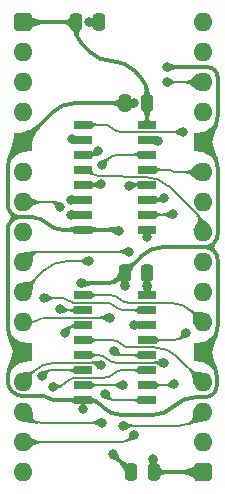
<source format=gtl>
%TF.GenerationSoftware,KiCad,Pcbnew,9.0.2*%
%TF.CreationDate,2025-08-22T18:41:55+02:00*%
%TF.ProjectId,Added 8bit,41646465-6420-4386-9269-742e6b696361,V0*%
%TF.SameCoordinates,Original*%
%TF.FileFunction,Copper,L1,Top*%
%TF.FilePolarity,Positive*%
%FSLAX46Y46*%
G04 Gerber Fmt 4.6, Leading zero omitted, Abs format (unit mm)*
G04 Created by KiCad (PCBNEW 9.0.2) date 2025-08-22 18:41:55*
%MOMM*%
%LPD*%
G01*
G04 APERTURE LIST*
G04 Aperture macros list*
%AMRoundRect*
0 Rectangle with rounded corners*
0 $1 Rounding radius*
0 $2 $3 $4 $5 $6 $7 $8 $9 X,Y pos of 4 corners*
0 Add a 4 corners polygon primitive as box body*
4,1,4,$2,$3,$4,$5,$6,$7,$8,$9,$2,$3,0*
0 Add four circle primitives for the rounded corners*
1,1,$1+$1,$2,$3*
1,1,$1+$1,$4,$5*
1,1,$1+$1,$6,$7*
1,1,$1+$1,$8,$9*
0 Add four rect primitives between the rounded corners*
20,1,$1+$1,$2,$3,$4,$5,0*
20,1,$1+$1,$4,$5,$6,$7,0*
20,1,$1+$1,$6,$7,$8,$9,0*
20,1,$1+$1,$8,$9,$2,$3,0*%
G04 Aperture macros list end*
%TA.AperFunction,SMDPad,CuDef*%
%ADD10RoundRect,0.250000X0.250000X0.475000X-0.250000X0.475000X-0.250000X-0.475000X0.250000X-0.475000X0*%
%TD*%
%TA.AperFunction,SMDPad,CuDef*%
%ADD11R,1.550000X0.650000*%
%TD*%
%TA.AperFunction,SMDPad,CuDef*%
%ADD12RoundRect,0.250000X-0.250000X-0.475000X0.250000X-0.475000X0.250000X0.475000X-0.250000X0.475000X0*%
%TD*%
%TA.AperFunction,ComponentPad*%
%ADD13O,1.600000X1.600000*%
%TD*%
%TA.AperFunction,ComponentPad*%
%ADD14R,1.600000X1.600000*%
%TD*%
%TA.AperFunction,ComponentPad*%
%ADD15RoundRect,0.400000X-0.400000X-0.400000X0.400000X-0.400000X0.400000X0.400000X-0.400000X0.400000X0*%
%TD*%
%TA.AperFunction,ViaPad*%
%ADD16C,0.800000*%
%TD*%
%TA.AperFunction,Conductor*%
%ADD17C,0.380000*%
%TD*%
%TA.AperFunction,Conductor*%
%ADD18C,0.200000*%
%TD*%
G04 APERTURE END LIST*
D10*
%TO.P,C8,2*%
%TO.N,GND*%
X9194000Y-38100000D03*
%TO.P,C8,1*%
%TO.N,5V*%
X11094000Y-38100000D03*
%TD*%
%TO.P,C1,2*%
%TO.N,GND*%
X8641000Y-21209000D03*
%TO.P,C1,1*%
%TO.N,5V*%
X10541000Y-21209000D03*
%TD*%
D11*
%TO.P,IC3,16,5V*%
%TO.N,5V*%
X10554000Y-8678300D03*
%TO.P,IC3,15,B3*%
%TO.N,A_{6}*%
X10554000Y-9948300D03*
%TO.P,IC3,14,A3*%
%TO.N,B_{6}*%
X10554000Y-11218300D03*
%TO.P,IC3,13,\u03A33*%
%TO.N,S_{6}*%
X10554000Y-12488300D03*
%TO.P,IC3,12,A4*%
%TO.N,B_{7}*%
X10554000Y-13758300D03*
%TO.P,IC3,11,B4*%
%TO.N,A_{7}*%
X10554000Y-15028300D03*
%TO.P,IC3,10,\u03A34*%
%TO.N,S_{7}*%
X10554000Y-16298300D03*
%TO.P,IC3,9,C4*%
%TO.N,C_{7}*%
X10554000Y-17568300D03*
%TO.P,IC3,8,GND*%
%TO.N,GND*%
X5104000Y-17568300D03*
%TO.P,IC3,7,C0*%
%TO.N,Net-(IC3-C0)*%
X5104000Y-16298300D03*
%TO.P,IC3,6,B1*%
%TO.N,A_{4}*%
X5104000Y-15028300D03*
%TO.P,IC3,5,A1*%
%TO.N,B_{4}*%
X5104000Y-13758300D03*
%TO.P,IC3,4,\u03A31*%
%TO.N,S_{4}*%
X5104000Y-12488300D03*
%TO.P,IC3,3,A2*%
%TO.N,B_{5}*%
X5104000Y-11218300D03*
%TO.P,IC3,2,B2*%
%TO.N,A_{5}*%
X5104000Y-9948300D03*
%TO.P,IC3,1,\u03A32*%
%TO.N,S_{5}*%
X5104000Y-8678300D03*
%TD*%
D12*
%TO.P,C9,2*%
%TO.N,GND*%
X6427000Y0D03*
%TO.P,C9,1*%
%TO.N,5V*%
X4527000Y0D03*
%TD*%
D10*
%TO.P,C2,2*%
%TO.N,GND*%
X8641000Y-6858000D03*
%TO.P,C2,1*%
%TO.N,5V*%
X10541000Y-6858000D03*
%TD*%
D11*
%TO.P,IC4,16,5V*%
%TO.N,5V*%
X10554000Y-23114000D03*
%TO.P,IC4,15,B3*%
%TO.N,A_{2}*%
X10554000Y-24384000D03*
%TO.P,IC4,14,A3*%
%TO.N,B_{2}*%
X10554000Y-25654000D03*
%TO.P,IC4,13,\u03A33*%
%TO.N,S_{2}*%
X10554000Y-26924000D03*
%TO.P,IC4,12,A4*%
%TO.N,B_{3}*%
X10554000Y-28194000D03*
%TO.P,IC4,11,B4*%
%TO.N,A_{3}*%
X10554000Y-29464000D03*
%TO.P,IC4,10,\u03A34*%
%TO.N,S_{3}*%
X10554000Y-30734000D03*
%TO.P,IC4,9,C4*%
%TO.N,Net-(IC3-C0)*%
X10554000Y-32004000D03*
%TO.P,IC4,8,GND*%
%TO.N,GND*%
X5104000Y-32004000D03*
%TO.P,IC4,7,C0*%
%TO.N,C_{0}*%
X5104000Y-30734000D03*
%TO.P,IC4,6,B1*%
%TO.N,A_{0}*%
X5104000Y-29464000D03*
%TO.P,IC4,5,A1*%
%TO.N,B_{0}*%
X5104000Y-28194000D03*
%TO.P,IC4,4,\u03A31*%
%TO.N,S_{0}*%
X5104000Y-26924000D03*
%TO.P,IC4,3,A2*%
%TO.N,B_{1}*%
X5104000Y-25654000D03*
%TO.P,IC4,2,B2*%
%TO.N,A_{1}*%
X5104000Y-24384000D03*
%TO.P,IC4,1,\u03A32*%
%TO.N,S_{1}*%
X5104000Y-23114000D03*
%TD*%
D13*
%TO.P,J2,32,Pin_32*%
%TO.N,A_{6}*%
X15240000Y0D03*
%TO.P,J2,31,Pin_31*%
%TO.N,A_{7}*%
X15240000Y-2540000D03*
%TO.P,J2,30,Pin_30*%
%TO.N,C_{7}*%
X15240000Y-5080000D03*
%TO.P,J2,29,Pin_29*%
%TO.N,S_{7}*%
X15240000Y-7620000D03*
D14*
%TO.P,J2,28,Pin_28*%
%TO.N,GND*%
X15240000Y-10160000D03*
D13*
%TO.P,J2,27,Pin_27*%
%TO.N,S_{6}*%
X15240000Y-12700000D03*
%TO.P,J2,26,Pin_26*%
%TO.N,S_{5}*%
X15240000Y-15240000D03*
%TO.P,J2,25,Pin_25*%
%TO.N,S_{4}*%
X15240000Y-17780000D03*
%TO.P,J2,24,Pin_24*%
%TO.N,S_{3}*%
X15240000Y-20320000D03*
%TO.P,J2,23,Pin_23*%
%TO.N,S_{2}*%
X15240000Y-22860000D03*
%TO.P,J2,22,Pin_22*%
%TO.N,S_{1}*%
X15240000Y-25400000D03*
D14*
%TO.P,J2,21,Pin_21*%
%TO.N,GND*%
X15240000Y-27940000D03*
D13*
%TO.P,J2,20,Pin_20*%
%TO.N,S_{0}*%
X15240000Y-30480000D03*
%TO.P,J2,19,Pin_19*%
%TO.N,C_{0}*%
X15240000Y-33020000D03*
%TO.P,J2,18,Pin_18*%
%TO.N,B_{0}*%
X15240000Y-35560000D03*
D15*
%TO.P,J2,17,Pin_17*%
%TO.N,5V*%
X15240000Y-38100000D03*
D13*
%TO.P,J2,16,Pin_16*%
%TO.N,B_{1}*%
X0Y-38100000D03*
%TO.P,J2,15,Pin_15*%
%TO.N,B_{2}*%
X0Y-35560000D03*
%TO.P,J2,14,Pin_14*%
%TO.N,B_{3}*%
X0Y-33020000D03*
%TO.P,J2,13,Pin_13*%
%TO.N,B_{4}*%
X0Y-30480000D03*
D14*
%TO.P,J2,12,Pin_12*%
%TO.N,GND*%
X0Y-27940000D03*
D13*
%TO.P,J2,11,Pin_11*%
%TO.N,B_{5}*%
X0Y-25400000D03*
%TO.P,J2,10,Pin_10*%
%TO.N,B_{6}*%
X0Y-22860000D03*
%TO.P,J2,9,Pin_9*%
%TO.N,B_{7}*%
X0Y-20320000D03*
%TO.P,J2,8,Pin_8*%
%TO.N,A_{0}*%
X0Y-17780000D03*
%TO.P,J2,7,Pin_7*%
%TO.N,A_{1}*%
X0Y-15240000D03*
%TO.P,J2,6,Pin_6*%
%TO.N,A_{2}*%
X0Y-12700000D03*
D14*
%TO.P,J2,5,Pin_5*%
%TO.N,GND*%
X0Y-10160000D03*
D13*
%TO.P,J2,4,Pin_4*%
%TO.N,A_{3}*%
X0Y-7620000D03*
%TO.P,J2,3,Pin_3*%
%TO.N,A_{4}*%
X0Y-5080000D03*
%TO.P,J2,2,Pin_2*%
%TO.N,A_{5}*%
X0Y-2540000D03*
D15*
%TO.P,J2,1,Pin_1*%
%TO.N,5V*%
X0Y0D03*
%TD*%
D16*
%TO.N,GND*%
X12192000Y-3810000D03*
%TO.N,S_{3}*%
X12827000Y-30607000D03*
%TO.N,S_{2}*%
X13843000Y-26289000D03*
%TO.N,A_{0}*%
X1651000Y-29972000D03*
%TO.N,GND*%
X5080000Y-32766000D03*
X4936669Y-22126331D03*
X7620000Y-36576000D03*
X8128000Y-17653000D03*
X5627000Y-11582D03*
X9398000Y-6858000D03*
X8636000Y-22352000D03*
%TO.N,5V*%
X10541000Y-22352000D03*
X11049000Y-36957000D03*
%TO.N,Net-(IC3-C0)*%
X6985000Y-31496000D03*
X4064000Y-16298300D03*
%TO.N,A_{5}*%
X4179000Y-9906000D03*
%TO.N,B_{7}*%
X9017000Y-19431000D03*
X9017000Y-13843000D03*
%TO.N,S_{5}*%
X13580421Y-9271000D03*
%TO.N,B_{5}*%
X6421533Y-10903973D03*
X7366000Y-25019000D03*
%TO.N,A_{6}*%
X11480487Y-10054300D03*
%TO.N,B_{4}*%
X6616000Y-13716000D03*
X6631003Y-29072326D03*
%TO.N,S_{7}*%
X12700000Y-16256000D03*
%TO.N,A_{7}*%
X11950000Y-14917000D03*
%TO.N,A_{4}*%
X4064000Y-15028300D03*
%TO.N,B_{6}*%
X6731000Y-12065000D03*
X5588000Y-20229692D03*
%TO.N,B_{0}*%
X11937999Y-28828999D03*
%TO.N,A_{2}*%
X1851000Y-23344747D03*
%TO.N,A_{3}*%
X2540000Y-30861000D03*
%TO.N,B_{3}*%
X7747000Y-27813000D03*
X6731000Y-33909000D03*
%TO.N,A_{1}*%
X3175000Y-15621000D03*
X3175000Y-24257000D03*
%TO.N,B_{1}*%
X3556000Y-26289000D03*
%TO.N,B_{2}*%
X9398000Y-34925000D03*
X9398000Y-25654000D03*
%TO.N,C_{7}*%
X12192000Y-5080000D03*
X10541000Y-18161000D03*
%TO.N,C_{0}*%
X8509000Y-34163000D03*
X8497000Y-30734000D03*
%TD*%
D17*
%TO.N,5V*%
X4527000Y-676000D02*
G75*
G03*
X3851000Y0I-676000J0D01*
G01*
X11071500Y-36979500D02*
G75*
G02*
X11093992Y-37033819I-54300J-54300D01*
G01*
X9957283Y-4623283D02*
G75*
G02*
X10541010Y-6032500I-1409183J-1409217D01*
G01*
X9399321Y-4065321D02*
G75*
G03*
X7556500Y-3301999I-1842821J-1842819D01*
G01*
X10547500Y-22358500D02*
G75*
G02*
X10554003Y-22374192I-15700J-15700D01*
G01*
X5713678Y-2538678D02*
G75*
G03*
X7556500Y-3302001I1842822J1842818D01*
G01*
X4527000Y-676000D02*
G75*
G03*
X5005006Y-1830002I1632000J0D01*
G01*
%TO.N,GND*%
X11926981Y-19050000D02*
G75*
G03*
X10003107Y-19846900I19J-2720800D01*
G01*
X16153000Y-31472000D02*
G75*
G02*
X15481848Y-31750020I-671200J671200D01*
G01*
X5104000Y-32373000D02*
G75*
G03*
X4735000Y-32004000I-369000J0D01*
G01*
X5473000Y-32004000D02*
G75*
G03*
X5104000Y-32373000I0J-369000D01*
G01*
X8182334Y-21667665D02*
G75*
G02*
X7075018Y-22126329I-1107334J1107365D01*
G01*
X16510000Y-7991974D02*
G75*
G02*
X15875001Y-9525001I-2168040J4D01*
G01*
X8085650Y-17610650D02*
G75*
G03*
X7983408Y-17568297I-102250J-102250D01*
G01*
X15875000Y-10795000D02*
G75*
G02*
X16509989Y-12328025I-1533000J-1533000D01*
G01*
X7687677Y-36593677D02*
G75*
G03*
X7645000Y-36576013I-42677J-42723D01*
G01*
X15425987Y-19050000D02*
G75*
G03*
X16192504Y-18732504I13J1084000D01*
G01*
X16192500Y-19367500D02*
G75*
G03*
X15425987Y-19050005I-766500J-766500D01*
G01*
X16192500Y-18732500D02*
G75*
G03*
X16192500Y-19367500I317500J-317500D01*
G01*
X16431000Y-30800848D02*
G75*
G02*
X16153002Y-31472002I-949160J-2D01*
G01*
X2198500Y-31837500D02*
G75*
G03*
X2600466Y-32004004I401970J401960D01*
G01*
X16256000Y-4064000D02*
G75*
G03*
X15642789Y-3810004I-613200J-613200D01*
G01*
X12827000Y-32512000D02*
G75*
G02*
X10987369Y-33273997I-1839630J1839640D01*
G01*
X-1270000Y-15425987D02*
G75*
G03*
X-952500Y-16192500I1084022J4D01*
G01*
X16192500Y-19367500D02*
G75*
G02*
X16509995Y-20134012I-766500J-766500D01*
G01*
X5104000Y-32725029D02*
G75*
G02*
X5091991Y-32753991I-41000J29D01*
G01*
X-1270000Y-30345139D02*
G75*
G03*
X-881664Y-31282664I1325868J3D01*
G01*
X2053150Y-17039150D02*
G75*
G03*
X3330631Y-17568300I1277480J1277480D01*
G01*
X-1270000Y-25771974D02*
G75*
G03*
X-634998Y-27304999I2168030J4D01*
G01*
X-674499Y-28614499D02*
G75*
G03*
X-1270002Y-30052164I1437669J-1437671D01*
G01*
X2198500Y-31837500D02*
G75*
G03*
X1796533Y-31671003I-401960J-401960D01*
G01*
X6858000Y-32639000D02*
G75*
G03*
X8391025Y-33274002I1533030J1533030D01*
G01*
X-634999Y-10795000D02*
G75*
G03*
X-1270001Y-12328025I1533029J-1533030D01*
G01*
X-952500Y-16827500D02*
G75*
G03*
X-952500Y-16192500I-317499J317500D01*
G01*
X-185987Y-16510000D02*
G75*
G03*
X-952500Y-16827500I-1J-1084011D01*
G01*
X-952500Y-16192500D02*
G75*
G03*
X-185987Y-16510000I766517J766522D01*
G01*
X15835500Y-28535500D02*
G75*
G02*
X16431015Y-29973164I-1437700J-1437700D01*
G01*
X14666630Y-31750000D02*
G75*
G03*
X12826991Y-32511991I-30J-2601600D01*
G01*
X8641000Y-22343464D02*
G75*
G02*
X8638510Y-22349510I-8500J-36D01*
G01*
X-952500Y-16827500D02*
G75*
G03*
X-1270000Y-17594012I766513J-766513D01*
G01*
X4428981Y-6858000D02*
G75*
G03*
X2505104Y-7654897I-1J-2720770D01*
G01*
X16256000Y-4064000D02*
G75*
G02*
X16509996Y-4677210I-613200J-613200D01*
G01*
X6618626Y-32399626D02*
G75*
G03*
X5663500Y-32003999I-955126J-955124D01*
G01*
X-881664Y-31282664D02*
G75*
G03*
X55860Y-31671000I937528J937532D01*
G01*
X16510000Y-17965987D02*
G75*
G02*
X16192504Y-18732504I-1084000J-13D01*
G01*
X2053150Y-17039150D02*
G75*
G03*
X775668Y-16510000I-1277480J-1277480D01*
G01*
X16510000Y-25771974D02*
G75*
G02*
X15875001Y-27305001I-2168040J4D01*
G01*
X634999Y-9524999D02*
X-634999Y-10795000D01*
D18*
%TO.N,C_{0}*%
X14668500Y-33591500D02*
G75*
G02*
X13288776Y-34162990I-1379700J1379700D01*
G01*
%TO.N,C_{7}*%
X10554000Y-18138807D02*
G75*
G02*
X10547498Y-18154498I-22200J7D01*
G01*
%TO.N,B_{2}*%
X9080500Y-35242500D02*
G75*
G02*
X8313987Y-35559995I-766500J766500D01*
G01*
%TO.N,B_{1}*%
X4640012Y-25654000D02*
G75*
G03*
X3873496Y-25971496I-12J-1084000D01*
G01*
%TO.N,S_{2}*%
X13525500Y-26606500D02*
G75*
G02*
X12758987Y-26923995I-766500J766500D01*
G01*
%TO.N,A_{1}*%
X3238500Y-24320500D02*
G75*
G03*
X3391802Y-24383999I153300J153300D01*
G01*
X2984500Y-15430500D02*
G75*
G03*
X2524592Y-15240003I-459900J-459900D01*
G01*
%TO.N,B_{3}*%
X444500Y-33464500D02*
G75*
G03*
X1517617Y-33909001I1073120J1073120D01*
G01*
X7937500Y-28003500D02*
G75*
G03*
X8397407Y-28193997I459900J459900D01*
G01*
%TO.N,S_{0}*%
X8314000Y-27237000D02*
G75*
G03*
X7558351Y-26924020I-755600J-755600D01*
G01*
X13106896Y-28346896D02*
G75*
G03*
X11183018Y-27549995I-1923896J-1923904D01*
G01*
X8314000Y-27237000D02*
G75*
G03*
X9069648Y-27550021I755700J755700D01*
G01*
%TO.N,A_{0}*%
X2518210Y-29464000D02*
G75*
G03*
X1904997Y-29717997I-10J-867200D01*
G01*
%TO.N,A_{3}*%
X4602815Y-30099000D02*
G75*
G03*
X3682995Y-30479995I-15J-1300800D01*
G01*
X7683500Y-29781500D02*
G75*
G02*
X6916987Y-30098995I-766500J766500D01*
G01*
X3571407Y-30591592D02*
G75*
G02*
X2921000Y-30861004I-650407J650392D01*
G01*
X8450012Y-29464000D02*
G75*
G03*
X7683496Y-29781496I-12J-1084000D01*
G01*
%TO.N,S_{1}*%
X8191500Y-23431500D02*
G75*
G03*
X7424987Y-23114005I-766500J-766500D01*
G01*
X8191500Y-23431500D02*
G75*
G03*
X8958012Y-23748995I766500J766500D01*
G01*
X14385896Y-24545896D02*
G75*
G03*
X12462018Y-23748995I-1923896J-1923904D01*
G01*
%TO.N,A_{2}*%
X1862626Y-23356373D02*
G75*
G03*
X1890695Y-23368002I28074J28073D01*
G01*
X3846500Y-23558500D02*
G75*
G03*
X3386591Y-23368003I-459900J-459900D01*
G01*
X7810500Y-24066500D02*
G75*
G03*
X7043988Y-23749005I-766500J-766500D01*
G01*
X3846500Y-23558500D02*
G75*
G03*
X4306409Y-23748997I459900J459900D01*
G01*
X7810500Y-24066500D02*
G75*
G03*
X8577012Y-24383995I766500J766500D01*
G01*
%TO.N,S_{3}*%
X12763500Y-30670500D02*
G75*
G02*
X12610197Y-30733999I-153300J153300D01*
G01*
%TO.N,B_{0}*%
X7130839Y-28511500D02*
G75*
G03*
X6364326Y-28193978I-766539J-766500D01*
G01*
X7130839Y-28511500D02*
G75*
G03*
X7897351Y-28828967I766461J766500D01*
G01*
%TO.N,B_{6}*%
X8176407Y-11218300D02*
G75*
G03*
X7154348Y-11641648I-7J-1445400D01*
G01*
X3757289Y-20229692D02*
G75*
G03*
X1833413Y-21026590I1J-2720768D01*
G01*
%TO.N,A_{7}*%
X11894350Y-14972650D02*
G75*
G02*
X11759999Y-15028300I-134350J134350D01*
G01*
%TO.N,S_{7}*%
X12678850Y-16277150D02*
G75*
G02*
X12627789Y-16298296I-51050J51050D01*
G01*
%TO.N,B_{4}*%
X6594850Y-13737150D02*
G75*
G02*
X6543789Y-13758296I-51050J51050D01*
G01*
X2777981Y-28829000D02*
G75*
G03*
X854104Y-29625897I-1J-2720770D01*
G01*
X6509340Y-28950663D02*
G75*
G03*
X6215619Y-28828991I-293740J-293737D01*
G01*
%TO.N,A_{6}*%
X11467751Y-9961035D02*
G75*
G03*
X11437005Y-9948302I-30751J-30765D01*
G01*
X11467751Y-9961035D02*
G75*
G02*
X11480498Y-9991781I-30751J-30765D01*
G01*
%TO.N,S_{6}*%
X12594150Y-12594150D02*
G75*
G03*
X12849694Y-12700002I255550J255550D01*
G01*
X12594150Y-12594150D02*
G75*
G03*
X12338605Y-12488298I-255550J-255550D01*
G01*
%TO.N,B_{5}*%
X6264369Y-11061136D02*
G75*
G02*
X5884943Y-11218327I-379469J379436D01*
G01*
X1781777Y-25019000D02*
G75*
G03*
X1321873Y-25209503I3J-650400D01*
G01*
X1321870Y-25209500D02*
G75*
G02*
X861962Y-25399998I-459910J459920D01*
G01*
%TO.N,S_{5}*%
X7594300Y-8991300D02*
G75*
G03*
X8349948Y-9304321I755700J755700D01*
G01*
X7594300Y-8991300D02*
G75*
G03*
X6838651Y-8678300I-755650J-755650D01*
G01*
X13563771Y-9287650D02*
G75*
G02*
X13523574Y-9304266I-40171J40250D01*
G01*
%TO.N,S_{4}*%
X5816500Y-12750800D02*
G75*
G03*
X6450231Y-13013287I633700J633700D01*
G01*
X12354146Y-13911196D02*
G75*
G03*
X10430268Y-13114300I-1923876J-1923874D01*
G01*
X14892474Y-16449524D02*
G75*
G02*
X15239990Y-17288525I-838974J-838976D01*
G01*
X8491800Y-13063800D02*
G75*
G03*
X8369882Y-13013307I-121900J-121900D01*
G01*
X8491800Y-13063800D02*
G75*
G03*
X8613717Y-13114293I121900J121900D01*
G01*
%TO.N,B_{7}*%
X1517617Y-19431000D02*
G75*
G03*
X444498Y-19875498I-7J-1517610D01*
G01*
X9161591Y-13758300D02*
G75*
G03*
X9059352Y-13800652I9J-144600D01*
G01*
%TO.N,A_{5}*%
X4200150Y-9927150D02*
G75*
G03*
X4251210Y-9948296I51050J51050D01*
G01*
%TO.N,Net-(IC3-C0)*%
X7239000Y-31750000D02*
G75*
G03*
X7852210Y-32003996I613200J613200D01*
G01*
D17*
%TO.N,GND*%
X-674499Y-28614499D02*
X0Y-27940000D01*
X-1270000Y-30345139D02*
X-1270000Y-30052164D01*
X1796533Y-31671000D02*
X55860Y-31671000D01*
X4735000Y-32004000D02*
X2600466Y-32004000D01*
X16431000Y-30800848D02*
X16431000Y-29973164D01*
X-1270000Y-25771974D02*
X-1270000Y-17594012D01*
X-185987Y-16510000D02*
X775668Y-16510000D01*
X5104000Y-17568300D02*
X3330631Y-17568300D01*
X7645000Y-36576000D02*
X7620000Y-36576000D01*
X7687677Y-36593677D02*
X9194000Y-38100000D01*
X15875000Y-9525000D02*
X15240000Y-10160000D01*
X16510000Y-7991974D02*
X16510000Y-4677210D01*
X15642789Y-3810000D02*
X12192000Y-3810000D01*
X16510000Y-20134012D02*
X16510000Y-25771974D01*
X11926981Y-19050000D02*
X15425987Y-19050000D01*
X10003103Y-19846896D02*
X8641000Y-21209000D01*
X15875000Y-10795000D02*
X15240000Y-10160000D01*
X16510000Y-12328025D02*
X16510000Y-17965987D01*
X15835500Y-27344500D02*
X15875000Y-27305000D01*
X-1270000Y-15425987D02*
X-1270000Y-12328025D01*
X-634999Y-27305000D02*
X0Y-27940000D01*
D18*
%TO.N,S_{3}*%
X12827000Y-30607000D02*
X12763500Y-30670500D01*
X12610197Y-30734000D02*
X10554000Y-30734000D01*
%TO.N,B_{0}*%
X11937999Y-28828999D02*
X7897351Y-28828999D01*
X6364326Y-28194000D02*
X5104000Y-28194000D01*
%TO.N,S_{2}*%
X13525500Y-26606500D02*
X13843000Y-26289000D01*
X12758987Y-26924000D02*
X10554000Y-26924000D01*
%TO.N,S_{1}*%
X8958012Y-23749000D02*
X12462018Y-23749000D01*
X7424987Y-23114000D02*
X5104000Y-23114000D01*
X14385896Y-24545896D02*
X15240000Y-25400000D01*
%TO.N,A_{2}*%
X1890695Y-23368000D02*
X3386591Y-23368000D01*
X1862626Y-23356373D02*
X1851000Y-23344747D01*
X7043988Y-23749001D02*
X4306409Y-23749001D01*
X8577012Y-24384000D02*
X10554000Y-24384000D01*
%TO.N,A_{0}*%
X1651000Y-29972000D02*
X1905000Y-29718000D01*
X2518210Y-29464000D02*
X5104000Y-29464000D01*
%TO.N,A_{3}*%
X4602815Y-30099000D02*
X6916987Y-30099000D01*
X2540000Y-30861000D02*
X2921000Y-30861000D01*
X8450012Y-29464000D02*
X10554000Y-29464000D01*
X3682999Y-30479999D02*
X3571407Y-30591592D01*
D17*
%TO.N,GND*%
X8085650Y-17610650D02*
X8128000Y-17653000D01*
X634999Y-9524999D02*
X2505103Y-7654896D01*
X15481848Y-31750000D02*
X14666630Y-31750000D01*
X5104000Y-17568300D02*
X7983408Y-17568300D01*
X4936669Y-22126331D02*
X7075018Y-22126331D01*
X6858000Y-32639000D02*
X6618626Y-32399626D01*
X8182334Y-21667665D02*
X8641000Y-21209000D01*
X8641000Y-6858000D02*
X9398000Y-6858000D01*
X5627000Y-11582D02*
X6415418Y-11582D01*
X8641000Y-6858000D02*
X4428981Y-6858000D01*
X5104000Y-32373000D02*
X5104000Y-32725029D01*
X5092000Y-32754000D02*
X5080000Y-32766000D01*
X8638500Y-22349500D02*
X8636000Y-22352000D01*
X10987369Y-33274000D02*
X8391025Y-33274000D01*
X8641000Y-22343464D02*
X8641000Y-21209000D01*
%TO.N,5V*%
X11094000Y-38100000D02*
X11094000Y-37033819D01*
X11094000Y-38100000D02*
X15240000Y-38100000D01*
X10541000Y-22352000D02*
X10547500Y-22358500D01*
X9957283Y-4623283D02*
X9399321Y-4065321D01*
X10541000Y-6858000D02*
X10541000Y-8665300D01*
X10541000Y-22352000D02*
X10541000Y-21209000D01*
X10541000Y-6858000D02*
X10541000Y-6032500D01*
X5713678Y-2538678D02*
X5005004Y-1830004D01*
X3851000Y0D02*
X0Y0D01*
X11049000Y-36957000D02*
X11071500Y-36979500D01*
X10554000Y-22374192D02*
X10554000Y-23114000D01*
D18*
%TO.N,Net-(IC3-C0)*%
X7852210Y-32004000D02*
X10554000Y-32004000D01*
X4064000Y-16298300D02*
X5104000Y-16298300D01*
X7239000Y-31750000D02*
X6985000Y-31496000D01*
%TO.N,A_{5}*%
X4200150Y-9927150D02*
X4179000Y-9906000D01*
X4251210Y-9948300D02*
X5104000Y-9948300D01*
%TO.N,B_{7}*%
X9161591Y-13758300D02*
X10554000Y-13758300D01*
X1517617Y-19431000D02*
X9017000Y-19431000D01*
X9017000Y-13843000D02*
X9059350Y-13800650D01*
%TO.N,S_{4}*%
X10430268Y-13114300D02*
X8613717Y-13114300D01*
X12354146Y-13911196D02*
X14892474Y-16449524D01*
X5816500Y-12750800D02*
X5554000Y-12488300D01*
X6450231Y-13013300D02*
X8369882Y-13013300D01*
%TO.N,S_{5}*%
X13580421Y-9271000D02*
X13563771Y-9287650D01*
X6838651Y-8678300D02*
X5104000Y-8678300D01*
X8349948Y-9304300D02*
X13523574Y-9304300D01*
%TO.N,B_{5}*%
X6264369Y-11061136D02*
X6421533Y-10903973D01*
X5884943Y-11218300D02*
X5104000Y-11218300D01*
X861962Y-25400000D02*
X0Y-25400000D01*
X7366000Y-25019000D02*
X1781777Y-25019000D01*
%TO.N,S_{6}*%
X12849694Y-12700000D02*
X15240000Y-12700000D01*
X12338605Y-12488300D02*
X10554000Y-12488300D01*
%TO.N,A_{6}*%
X11480487Y-10054300D02*
X11480487Y-9991781D01*
X11437005Y-9948300D02*
X10554000Y-9948300D01*
%TO.N,B_{4}*%
X6631003Y-29072326D02*
X6509340Y-28950663D01*
X6616000Y-13716000D02*
X6594850Y-13737150D01*
X2777981Y-28829000D02*
X6215619Y-28829000D01*
X854103Y-29625896D02*
X0Y-30480000D01*
X6543789Y-13758300D02*
X5104000Y-13758300D01*
%TO.N,S_{7}*%
X12700000Y-16256000D02*
X12678850Y-16277150D01*
X12627789Y-16298300D02*
X10554000Y-16298300D01*
%TO.N,A_{7}*%
X11894350Y-14972650D02*
X11950000Y-14917000D01*
X11759999Y-15028300D02*
X10554000Y-15028300D01*
%TO.N,A_{4}*%
X4064000Y-15028300D02*
X5104000Y-15028300D01*
%TO.N,B_{6}*%
X1833411Y-21026588D02*
X0Y-22860000D01*
X8176407Y-11218300D02*
X10554000Y-11218300D01*
X5588000Y-20229692D02*
X3757289Y-20229692D01*
X7154350Y-11641650D02*
X6731000Y-12065000D01*
%TO.N,S_{0}*%
X11183018Y-27550000D02*
X9069648Y-27550000D01*
X7558351Y-26924000D02*
X5104000Y-26924000D01*
X13106896Y-28346896D02*
X15240000Y-30480000D01*
%TO.N,B_{3}*%
X6731000Y-33909000D02*
X1517617Y-33909000D01*
X8397407Y-28194000D02*
X10554000Y-28194000D01*
X7937500Y-28003500D02*
X7747000Y-27813000D01*
%TO.N,A_{1}*%
X3175000Y-15621000D02*
X2984500Y-15430500D01*
X3238500Y-24320500D02*
X3175000Y-24257000D01*
X3391802Y-24384000D02*
X5104000Y-24384000D01*
X2524592Y-15240000D02*
X0Y-15240000D01*
%TO.N,B_{1}*%
X3556000Y-26289000D02*
X3873500Y-25971500D01*
%TO.N,B_{2}*%
X9080500Y-35242500D02*
X9398000Y-34925000D01*
X8313987Y-35560000D02*
X0Y-35560000D01*
X9398000Y-25654000D02*
X10554000Y-25654000D01*
%TO.N,C_{7}*%
X12192000Y-5080000D02*
X15240000Y-5080000D01*
X10554000Y-18138807D02*
X10554000Y-17568300D01*
X10547500Y-18154500D02*
X10541000Y-18161000D01*
%TO.N,C_{0}*%
X8497000Y-30734000D02*
X5104000Y-30734000D01*
X14668500Y-33591500D02*
X15240000Y-33020000D01*
X13288776Y-34163000D02*
X8509000Y-34163000D01*
%TD*%
%TA.AperFunction,Conductor*%
%TO.N,5V*%
G36*
X4049370Y482463D02*
G01*
X4519825Y8240D01*
X4523219Y-47D01*
X4519825Y-8240D01*
X4049770Y-482060D01*
X4041511Y-485520D01*
X4033224Y-482126D01*
X4030015Y-476230D01*
X4020736Y-432143D01*
X4000500Y-388873D01*
X3963737Y-342429D01*
X3963735Y-342427D01*
X3963734Y-342426D01*
X3916558Y-303370D01*
X3916554Y-303367D01*
X3837895Y-259911D01*
X3751500Y-228360D01*
X3629431Y-200861D01*
X3539123Y-191126D01*
X3531265Y-186832D01*
X3528677Y-179493D01*
X3528677Y178351D01*
X3532104Y186624D01*
X3540326Y190051D01*
X3588119Y190261D01*
X3744037Y213671D01*
X3871084Y261205D01*
X3871088Y261207D01*
X3959335Y325036D01*
X3959339Y325039D01*
X3990985Y371583D01*
X4012504Y403230D01*
X4016904Y417395D01*
X4026669Y448820D01*
X4029426Y475430D01*
X4033688Y483305D01*
X4042270Y485861D01*
X4049370Y482463D01*
G37*
%TD.AperFunction*%
%TD*%
%TA.AperFunction,Conductor*%
%TO.N,5V*%
G36*
X4534241Y-8500D02*
G01*
X4536206Y-10350D01*
X4997542Y-558286D01*
X5000249Y-566822D01*
X4996128Y-574772D01*
X4992939Y-576684D01*
X4972708Y-584780D01*
X4925790Y-614164D01*
X4886984Y-651649D01*
X4886979Y-651655D01*
X4849236Y-707069D01*
X4849232Y-707077D01*
X4821654Y-769969D01*
X4821653Y-769972D01*
X4798276Y-862370D01*
X4798275Y-862379D01*
X4788225Y-956764D01*
X4788224Y-956782D01*
X4789613Y-1066242D01*
X4799621Y-1146058D01*
X4797250Y-1154694D01*
X4791628Y-1158641D01*
X4451431Y-1269179D01*
X4442503Y-1268477D01*
X4436688Y-1261668D01*
X4436445Y-1260813D01*
X4411637Y-1158641D01*
X4385999Y-1053050D01*
X4314580Y-863475D01*
X4236655Y-731508D01*
X4156209Y-650261D01*
X4156208Y-650260D01*
X4156205Y-650258D01*
X4084942Y-615941D01*
X4078975Y-609264D01*
X4079477Y-600324D01*
X4080625Y-598425D01*
X4517871Y-10900D01*
X4525558Y-6310D01*
X4534241Y-8500D01*
G37*
%TD.AperFunction*%
%TD*%
%TA.AperFunction,Conductor*%
%TO.N,GND*%
G36*
X8155733Y-20984594D02*
G01*
X8634207Y-21205007D01*
X8640288Y-21211581D01*
X8640938Y-21216951D01*
X8561497Y-21918107D01*
X8557160Y-21925942D01*
X8548554Y-21928416D01*
X8545097Y-21927471D01*
X8523582Y-21917851D01*
X8523578Y-21917850D01*
X8523569Y-21917847D01*
X8463465Y-21904295D01*
X8463466Y-21904295D01*
X8398445Y-21902615D01*
X8398439Y-21902616D01*
X8305144Y-21916286D01*
X8305131Y-21916289D01*
X8208877Y-21944522D01*
X8208862Y-21944527D01*
X8095567Y-21991229D01*
X7988736Y-22045712D01*
X7988721Y-22045721D01*
X7828395Y-22143780D01*
X7819549Y-22145173D01*
X7812309Y-22139904D01*
X7811873Y-22139125D01*
X7649699Y-21820838D01*
X7648998Y-21811912D01*
X7653395Y-21805958D01*
X7675166Y-21790647D01*
X7675167Y-21790645D01*
X7675180Y-21790637D01*
X7833088Y-21649587D01*
X7969178Y-21480506D01*
X8066623Y-21306703D01*
X8123188Y-21138231D01*
X8139210Y-20993928D01*
X8143528Y-20986085D01*
X8152129Y-20983592D01*
X8155733Y-20984594D01*
G37*
%TD.AperFunction*%
%TD*%
%TA.AperFunction,Conductor*%
%TO.N,GND*%
G36*
X16230000Y-8611809D02*
G01*
X16574809Y-8704200D01*
X16581913Y-8709651D01*
X16583082Y-8718529D01*
X16582073Y-8721066D01*
X16572111Y-8739488D01*
X16572095Y-8739519D01*
X16380054Y-9138503D01*
X16380053Y-9138507D01*
X16220237Y-9546120D01*
X16112340Y-9905103D01*
X16054901Y-10200627D01*
X16040973Y-10419380D01*
X16037028Y-10427419D01*
X16028554Y-10430313D01*
X16025511Y-10429707D01*
X15244339Y-10162537D01*
X15237620Y-10156618D01*
X15237611Y-10156600D01*
X14856527Y-9375994D01*
X14855977Y-9367056D01*
X14861908Y-9360347D01*
X14866496Y-9359174D01*
X14969857Y-9354374D01*
X15097166Y-9336917D01*
X15191012Y-9315860D01*
X15222948Y-9308696D01*
X15222953Y-9308694D01*
X15222964Y-9308692D01*
X15355983Y-9267369D01*
X15484882Y-9216112D01*
X15614597Y-9153014D01*
X15736986Y-9082025D01*
X15850993Y-9004456D01*
X15954759Y-8922130D01*
X16118395Y-8758515D01*
X16217377Y-8616421D01*
X16224915Y-8611594D01*
X16230000Y-8611809D01*
G37*
%TD.AperFunction*%
%TD*%
%TA.AperFunction,Conductor*%
%TO.N,GND*%
G36*
X16033737Y-9891079D02*
G01*
X16039657Y-9897798D01*
X16040285Y-9901376D01*
X16041596Y-9975194D01*
X16056196Y-10128822D01*
X16056196Y-10128825D01*
X16083948Y-10289980D01*
X16083951Y-10289995D01*
X16133168Y-10494320D01*
X16195678Y-10701033D01*
X16285199Y-10950583D01*
X16285204Y-10950594D01*
X16382653Y-11187216D01*
X16489380Y-11418234D01*
X16582582Y-11599074D01*
X16583326Y-11607998D01*
X16577542Y-11614834D01*
X16575210Y-11615735D01*
X16230400Y-11708122D01*
X16221522Y-11706953D01*
X16217554Y-11703184D01*
X16157816Y-11611009D01*
X16137734Y-11586788D01*
X16086051Y-11524453D01*
X16086045Y-11524447D01*
X16086041Y-11524442D01*
X16000720Y-11438704D01*
X16000715Y-11438699D01*
X16000714Y-11438698D01*
X16000710Y-11438694D01*
X15902148Y-11354467D01*
X15792608Y-11274249D01*
X15792605Y-11274247D01*
X15792602Y-11274245D01*
X15556159Y-11137041D01*
X15311982Y-11037644D01*
X15311980Y-11037643D01*
X15073768Y-10979012D01*
X14865764Y-10961438D01*
X14857809Y-10957327D01*
X14855091Y-10948795D01*
X14856234Y-10944650D01*
X15237612Y-10163397D01*
X15244317Y-10157469D01*
X16024802Y-9890514D01*
X16033737Y-9891079D01*
G37*
%TD.AperFunction*%
%TD*%
%TA.AperFunction,Conductor*%
%TO.N,GND*%
G36*
X-981410Y-26393057D02*
G01*
X-977443Y-26396824D01*
X-941922Y-26451631D01*
X-920181Y-26485179D01*
X-917724Y-26488969D01*
X-845962Y-26575526D01*
X-760619Y-26661289D01*
X-662058Y-26745521D01*
X-552518Y-26825742D01*
X-316077Y-26962955D01*
X-71911Y-27062356D01*
X162726Y-27120113D01*
X166280Y-27120988D01*
X289017Y-27131358D01*
X374257Y-27138561D01*
X382211Y-27142672D01*
X384929Y-27151204D01*
X383785Y-27155352D01*
X2389Y-27936600D01*
X-4319Y-27942530D01*
X-4330Y-27942534D01*
X-4339Y-27942537D01*
X-784800Y-28209465D01*
X-793737Y-28208900D01*
X-799656Y-28202181D01*
X-800284Y-28198603D01*
X-801599Y-28124524D01*
X-801599Y-28124507D01*
X-816202Y-27970901D01*
X-816206Y-27970872D01*
X-843968Y-27809690D01*
X-893194Y-27605346D01*
X-955707Y-27398630D01*
X-1045214Y-27149131D01*
X-1045219Y-27149117D01*
X-1142651Y-26912545D01*
X-1249317Y-26681671D01*
X-1342469Y-26500939D01*
X-1343213Y-26492015D01*
X-1337429Y-26485179D01*
X-1335101Y-26484279D01*
X-990288Y-26391888D01*
X-981410Y-26393057D01*
G37*
%TD.AperFunction*%
%TD*%
%TA.AperFunction,Conductor*%
%TO.N,GND*%
G36*
X-785599Y-27668227D02*
G01*
X-4332Y-27937452D01*
X2370Y-27943387D01*
X124350Y-28194724D01*
X381233Y-28724028D01*
X381762Y-28732967D01*
X375815Y-28739662D01*
X371250Y-28740823D01*
X265954Y-28745714D01*
X265936Y-28745716D01*
X137753Y-28763247D01*
X137745Y-28763248D01*
X137741Y-28763249D01*
X106071Y-28770321D01*
X11058Y-28791540D01*
X-89270Y-28822535D01*
X-122714Y-28832867D01*
X-187525Y-28858484D01*
X-252337Y-28884102D01*
X-252351Y-28884109D01*
X-382570Y-28947058D01*
X-464469Y-28994262D01*
X-505425Y-29017867D01*
X-619714Y-29095134D01*
X-619721Y-29095139D01*
X-723756Y-29177155D01*
X-723760Y-29177159D01*
X-887829Y-29340181D01*
X-987315Y-29482060D01*
X-994870Y-29486867D01*
X-999922Y-29486644D01*
X-1344697Y-29394261D01*
X-1351802Y-29388810D01*
X-1352970Y-29379932D01*
X-1351939Y-29377355D01*
X-1344440Y-29363616D01*
X-1344429Y-29363595D01*
X-1149611Y-28963765D01*
X-986783Y-28554899D01*
X-986782Y-28554896D01*
X-876229Y-28194724D01*
X-825710Y-27943406D01*
X-816616Y-27898163D01*
X-801075Y-27678465D01*
X-797073Y-27670455D01*
X-788578Y-27667620D01*
X-785599Y-27668227D01*
G37*
%TD.AperFunction*%
%TD*%
%TA.AperFunction,Conductor*%
%TO.N,GND*%
G36*
X-785514Y-9890289D02*
G01*
X-4337Y-10157463D01*
X2379Y-10163380D01*
X125166Y-10414895D01*
X383471Y-10944005D01*
X384021Y-10952943D01*
X378090Y-10959652D01*
X373500Y-10960825D01*
X270153Y-10965624D01*
X270146Y-10965624D01*
X270144Y-10965625D01*
X142835Y-10983082D01*
X142826Y-10983084D01*
X17052Y-11011303D01*
X17032Y-11011309D01*
X-115977Y-11052629D01*
X-115994Y-11052635D01*
X-244878Y-11103885D01*
X-374590Y-11166981D01*
X-374599Y-11166986D01*
X-496995Y-11237980D01*
X-610984Y-11315536D01*
X-610988Y-11315539D01*
X-610993Y-11315543D01*
X-714759Y-11397869D01*
X-878396Y-11561483D01*
X-977377Y-11703575D01*
X-984916Y-11708404D01*
X-990004Y-11708188D01*
X-1334810Y-11615798D01*
X-1341914Y-11610347D01*
X-1343083Y-11601469D01*
X-1342074Y-11598932D01*
X-1332110Y-11580506D01*
X-1332094Y-11580475D01*
X-1140053Y-11181493D01*
X-1140052Y-11181489D01*
X-980237Y-10773878D01*
X-872340Y-10414895D01*
X-814901Y-10119371D01*
X-800973Y-9900617D01*
X-797028Y-9892578D01*
X-788554Y-9889684D01*
X-785514Y-9890289D01*
G37*
%TD.AperFunction*%
%TD*%
%TA.AperFunction,Conductor*%
%TO.N,GND*%
G36*
X16033247Y-27681412D02*
G01*
X16039089Y-27688198D01*
X16039674Y-27692086D01*
X16039666Y-27692471D01*
X16039666Y-27692514D01*
X16044832Y-27835686D01*
X16044834Y-27835706D01*
X16062808Y-27987668D01*
X16100378Y-28184952D01*
X16100388Y-28185000D01*
X16151744Y-28387291D01*
X16151744Y-28387292D01*
X16232466Y-28646512D01*
X16232469Y-28646522D01*
X16323447Y-28896433D01*
X16369434Y-29007797D01*
X16438413Y-29174839D01*
X16480130Y-29265050D01*
X16539730Y-29393932D01*
X16540093Y-29402880D01*
X16534022Y-29409462D01*
X16532139Y-29410144D01*
X16187002Y-29502628D01*
X16178124Y-29501460D01*
X16173964Y-29497385D01*
X16108423Y-29389092D01*
X16039276Y-29302369D01*
X16039272Y-29302364D01*
X15956893Y-29216506D01*
X15956886Y-29216499D01*
X15861972Y-29132561D01*
X15792120Y-29079734D01*
X15756319Y-29052659D01*
X15528036Y-28916277D01*
X15291249Y-28817446D01*
X15291245Y-28817445D01*
X15291240Y-28817443D01*
X15058732Y-28759015D01*
X15058720Y-28759013D01*
X14854433Y-28741477D01*
X14846484Y-28737355D01*
X14843777Y-28728819D01*
X14844980Y-28724566D01*
X14884199Y-28646525D01*
X15237561Y-27943373D01*
X15244336Y-27937522D01*
X16024319Y-27680744D01*
X16033247Y-27681412D01*
G37*
%TD.AperFunction*%
%TD*%
%TA.AperFunction,Conductor*%
%TO.N,GND*%
G36*
X5875693Y-31757441D02*
G01*
X5881498Y-31764260D01*
X5881786Y-31765320D01*
X5887262Y-31789968D01*
X5887265Y-31789975D01*
X5910152Y-31821196D01*
X5910154Y-31821198D01*
X5988394Y-31868539D01*
X6090888Y-31900426D01*
X6090892Y-31900427D01*
X6090896Y-31900428D01*
X6120715Y-31906757D01*
X6194751Y-31922474D01*
X6194798Y-31922506D01*
X6194803Y-31922485D01*
X6263336Y-31937364D01*
X6270694Y-31942468D01*
X6272288Y-31951280D01*
X6271279Y-31954110D01*
X6110245Y-32270160D01*
X6103436Y-32275975D01*
X6096079Y-32275934D01*
X6074449Y-32268634D01*
X6003390Y-32246317D01*
X6003386Y-32246316D01*
X5937205Y-32241675D01*
X5937204Y-32241675D01*
X5896797Y-32264074D01*
X5883725Y-32290394D01*
X5883723Y-32290400D01*
X5880878Y-32313650D01*
X5876472Y-32321446D01*
X5867844Y-32323842D01*
X5864739Y-32323018D01*
X5132223Y-32015759D01*
X5125920Y-32009399D01*
X5125960Y-32000444D01*
X5132320Y-31994141D01*
X5133151Y-31993837D01*
X5866769Y-31756725D01*
X5875693Y-31757441D01*
G37*
%TD.AperFunction*%
%TD*%
%TA.AperFunction,Conductor*%
%TO.N,GND*%
G36*
X16230000Y-26391809D02*
G01*
X16574809Y-26484200D01*
X16581913Y-26489651D01*
X16583082Y-26498529D01*
X16582073Y-26501066D01*
X16572111Y-26519488D01*
X16572095Y-26519519D01*
X16380054Y-26918503D01*
X16380053Y-26918507D01*
X16220237Y-27326120D01*
X16112340Y-27685103D01*
X16054901Y-27980627D01*
X16040973Y-28199380D01*
X16037028Y-28207419D01*
X16028554Y-28210313D01*
X16025511Y-28209707D01*
X15244339Y-27942537D01*
X15237620Y-27936618D01*
X15237611Y-27936600D01*
X14856527Y-27155994D01*
X14855977Y-27147056D01*
X14861908Y-27140347D01*
X14866496Y-27139174D01*
X14969857Y-27134374D01*
X15097166Y-27116917D01*
X15191012Y-27095860D01*
X15222948Y-27088696D01*
X15222953Y-27088694D01*
X15222964Y-27088692D01*
X15355983Y-27047369D01*
X15484882Y-26996112D01*
X15614597Y-26933014D01*
X15736986Y-26862025D01*
X15850993Y-26784456D01*
X15954759Y-26702130D01*
X16118395Y-26538515D01*
X16217377Y-26396421D01*
X16224915Y-26391594D01*
X16230000Y-26391809D01*
G37*
%TD.AperFunction*%
%TD*%
%TA.AperFunction,Conductor*%
%TO.N,B_{1}*%
G36*
X4715934Y-25555727D02*
G01*
X5070787Y-25644891D01*
X5077976Y-25650230D01*
X5079283Y-25659089D01*
X5073944Y-25666278D01*
X5072463Y-25667027D01*
X4344036Y-25972690D01*
X4335081Y-25972731D01*
X4328720Y-25966428D01*
X4328134Y-25964640D01*
X4327506Y-25962032D01*
X4320817Y-25934245D01*
X4305496Y-25911772D01*
X4305495Y-25911771D01*
X4271461Y-25892694D01*
X4229024Y-25887706D01*
X4229022Y-25887706D01*
X4229021Y-25887706D01*
X4152219Y-25900310D01*
X4152217Y-25900310D01*
X4152215Y-25900311D01*
X4102545Y-25918851D01*
X4093596Y-25918534D01*
X4088727Y-25914391D01*
X3989889Y-25766467D01*
X3988142Y-25757684D01*
X3993117Y-25750239D01*
X3994009Y-25749700D01*
X4125142Y-25678663D01*
X4248136Y-25590253D01*
X4310741Y-25517964D01*
X4325739Y-25469120D01*
X4331443Y-25462221D01*
X4339773Y-25461211D01*
X4715934Y-25555727D01*
G37*
%TD.AperFunction*%
%TD*%
%TA.AperFunction,Conductor*%
%TO.N,A_{1}*%
G36*
X2517966Y-15140410D02*
G01*
X2835760Y-15151215D01*
X2837382Y-15151384D01*
X3100394Y-15197605D01*
X3100606Y-15197645D01*
X3241652Y-15226367D01*
X3249074Y-15231376D01*
X3250797Y-15240086D01*
X3176938Y-15616218D01*
X3171981Y-15623676D01*
X3171944Y-15623701D01*
X2852898Y-15836242D01*
X2844113Y-15837977D01*
X2836674Y-15832992D01*
X2836221Y-15832253D01*
X2802273Y-15772073D01*
X2801581Y-15770622D01*
X2774306Y-15701551D01*
X2773840Y-15700103D01*
X2754657Y-15623701D01*
X2740917Y-15568977D01*
X2718917Y-15477598D01*
X2682791Y-15404221D01*
X2682790Y-15404220D01*
X2656633Y-15378528D01*
X2656631Y-15378527D01*
X2622160Y-15358914D01*
X2571517Y-15344864D01*
X2516723Y-15340803D01*
X2508726Y-15336774D01*
X2505888Y-15329135D01*
X2505888Y-15152104D01*
X2509315Y-15143831D01*
X2517588Y-15140404D01*
X2517966Y-15140410D01*
G37*
%TD.AperFunction*%
%TD*%
%TA.AperFunction,Conductor*%
%TO.N,B_{3}*%
G36*
X670714Y-32585913D02*
G01*
X671276Y-32586848D01*
X759159Y-32749693D01*
X759981Y-32751607D01*
X815214Y-32920163D01*
X815607Y-32921712D01*
X845031Y-33083434D01*
X845157Y-33084311D01*
X861110Y-33236861D01*
X861121Y-33236975D01*
X868202Y-33311762D01*
X868205Y-33311784D01*
X895089Y-33477448D01*
X895091Y-33477458D01*
X939659Y-33589802D01*
X939661Y-33589806D01*
X939662Y-33589808D01*
X979985Y-33638300D01*
X1010720Y-33675262D01*
X1010721Y-33675262D01*
X1010723Y-33675265D01*
X1061318Y-33711552D01*
X1123374Y-33742592D01*
X1205228Y-33770023D01*
X1292912Y-33788321D01*
X1300311Y-33793365D01*
X1302078Y-33801604D01*
X1274323Y-33976833D01*
X1269644Y-33984469D01*
X1261195Y-33986597D01*
X882548Y-33935271D01*
X610077Y-33910998D01*
X610043Y-33910995D01*
X339246Y-33886074D01*
X338685Y-33886008D01*
X125803Y-33856002D01*
X125338Y-33855927D01*
X-144390Y-33806757D01*
X-151915Y-33801902D01*
X-153802Y-33793149D01*
X-153770Y-33792979D01*
X-153299Y-33790598D01*
X-1929Y-33024611D01*
X3036Y-33017161D01*
X3040Y-33017157D01*
X654490Y-32582670D01*
X663272Y-32580932D01*
X670714Y-32585913D01*
G37*
%TD.AperFunction*%
%TD*%
%TA.AperFunction,Conductor*%
%TO.N,B_{3}*%
G36*
X8085325Y-27601007D02*
G01*
X8085776Y-27601742D01*
X8119727Y-27661928D01*
X8120416Y-27663373D01*
X8147693Y-27732447D01*
X8148159Y-27733895D01*
X8167343Y-27810298D01*
X8181083Y-27865022D01*
X8203082Y-27956402D01*
X8239209Y-28029779D01*
X8239210Y-28029780D01*
X8239211Y-28029781D01*
X8265367Y-28055471D01*
X8265369Y-28055473D01*
X8287338Y-28067972D01*
X8299838Y-28075085D01*
X8350485Y-28089136D01*
X8405279Y-28093197D01*
X8413274Y-28097225D01*
X8416112Y-28104864D01*
X8416112Y-28281895D01*
X8412685Y-28290168D01*
X8404412Y-28293595D01*
X8404014Y-28293588D01*
X8086243Y-28282784D01*
X8084616Y-28282614D01*
X7821671Y-28236405D01*
X7821361Y-28236347D01*
X7680348Y-28207632D01*
X7672925Y-28202623D01*
X7671202Y-28193914D01*
X7745061Y-27817780D01*
X7750018Y-27810323D01*
X8069103Y-27597756D01*
X8077886Y-27596022D01*
X8085325Y-27601007D01*
G37*
%TD.AperFunction*%
%TD*%
%TA.AperFunction,Conductor*%
%TO.N,A_{0}*%
G36*
X2253364Y-29403047D02*
G01*
X2258527Y-29410364D01*
X2258588Y-29410655D01*
X2293129Y-29584315D01*
X2291382Y-29593097D01*
X2284705Y-29597892D01*
X2230784Y-29612457D01*
X2181426Y-29635513D01*
X2145004Y-29663827D01*
X2119315Y-29697023D01*
X2119313Y-29697027D01*
X2091316Y-29776602D01*
X2079833Y-29871270D01*
X2072803Y-29940024D01*
X2072589Y-29941355D01*
X2043745Y-30072103D01*
X2042803Y-30074779D01*
X1989490Y-30182321D01*
X1982745Y-30188211D01*
X1973810Y-30187607D01*
X1972530Y-30186867D01*
X1654078Y-29974896D01*
X1649090Y-29967459D01*
X1575139Y-29590766D01*
X1576908Y-29581990D01*
X1583960Y-29577120D01*
X1777206Y-29532045D01*
X1914598Y-29489286D01*
X1971420Y-29470658D01*
X1971743Y-29470558D01*
X2088844Y-29436646D01*
X2089496Y-29436478D01*
X2244541Y-29401523D01*
X2253364Y-29403047D01*
G37*
%TD.AperFunction*%
%TD*%
%TA.AperFunction,Conductor*%
%TO.N,A_{3}*%
G36*
X2630177Y-30472122D02*
G01*
X2713476Y-30495700D01*
X2715221Y-30496348D01*
X2792110Y-30532108D01*
X2793818Y-30533085D01*
X2914976Y-30616711D01*
X2915306Y-30616948D01*
X2966612Y-30655457D01*
X2966611Y-30655457D01*
X3015782Y-30681719D01*
X3052889Y-30701538D01*
X3052892Y-30701538D01*
X3052893Y-30701539D01*
X3055950Y-30702237D01*
X3097136Y-30711642D01*
X3097140Y-30711643D01*
X3145632Y-30712750D01*
X3146989Y-30712782D01*
X3146989Y-30712781D01*
X3146990Y-30712782D01*
X3208582Y-30702237D01*
X3270295Y-30681151D01*
X3279230Y-30681719D01*
X3284884Y-30687745D01*
X3295255Y-30712782D01*
X3352886Y-30851914D01*
X3352886Y-30860868D01*
X3346905Y-30867048D01*
X3079770Y-30988065D01*
X3079764Y-30988068D01*
X2866838Y-31123179D01*
X2771943Y-31187049D01*
X2763166Y-31188826D01*
X2755704Y-31183876D01*
X2755698Y-31183867D01*
X2714932Y-31123179D01*
X2541795Y-30865429D01*
X2540027Y-30856654D01*
X2615544Y-30481077D01*
X2620533Y-30473644D01*
X2629319Y-30471916D01*
X2630177Y-30472122D01*
G37*
%TD.AperFunction*%
%TD*%
%TA.AperFunction,Conductor*%
%TO.N,B_{4}*%
G36*
X6550493Y-28683914D02*
G01*
X6555212Y-28691159D01*
X6631039Y-29067544D01*
X6629313Y-29076331D01*
X6629284Y-29076375D01*
X6415936Y-29394243D01*
X6408480Y-29399203D01*
X6399701Y-29397438D01*
X6398821Y-29396785D01*
X6330249Y-29340787D01*
X6328649Y-29339201D01*
X6273248Y-29272513D01*
X6271939Y-29270570D01*
X6199405Y-29135412D01*
X6199178Y-29134966D01*
X6170893Y-29076375D01*
X6167200Y-29068725D01*
X6112985Y-28993881D01*
X6112984Y-28993880D01*
X6079192Y-28967714D01*
X6079189Y-28967713D01*
X6036970Y-28947649D01*
X6036965Y-28947647D01*
X6036964Y-28947647D01*
X6010114Y-28941130D01*
X5980034Y-28933830D01*
X5919638Y-28929738D01*
X5911616Y-28925760D01*
X5908729Y-28918065D01*
X5908729Y-28740765D01*
X5912156Y-28732492D01*
X5920428Y-28729065D01*
X6052493Y-28729802D01*
X6144146Y-28730321D01*
X6314570Y-28721006D01*
X6541759Y-28681939D01*
X6550493Y-28683914D01*
G37*
%TD.AperFunction*%
%TD*%
%TA.AperFunction,Conductor*%
%TO.N,B_{5}*%
G36*
X6098706Y-10688325D02*
G01*
X6099762Y-10688951D01*
X6286546Y-10813382D01*
X6418477Y-10901271D01*
X6423462Y-10908710D01*
X6423471Y-10908754D01*
X6497260Y-11284532D01*
X6495491Y-11293310D01*
X6488033Y-11298267D01*
X6487763Y-11298317D01*
X6340274Y-11323691D01*
X6339408Y-11323806D01*
X6221116Y-11335162D01*
X6219666Y-11335211D01*
X6021921Y-11329602D01*
X6021799Y-11329598D01*
X5741905Y-11318736D01*
X5733771Y-11314991D01*
X5730659Y-11307045D01*
X5730659Y-11128494D01*
X5734086Y-11120221D01*
X5740755Y-11116904D01*
X5842817Y-11102801D01*
X5881914Y-11084261D01*
X5912333Y-11059269D01*
X5955062Y-10992155D01*
X5986858Y-10905908D01*
X6020162Y-10813374D01*
X6020798Y-10811925D01*
X6082915Y-10693264D01*
X6089787Y-10687524D01*
X6098706Y-10688325D01*
G37*
%TD.AperFunction*%
%TD*%
%TA.AperFunction,Conductor*%
%TO.N,S_{4}*%
G36*
X5876205Y-12484983D02*
G01*
X5879678Y-12492608D01*
X5880484Y-12505767D01*
X5880484Y-12505768D01*
X5895219Y-12563786D01*
X5923243Y-12620444D01*
X5923248Y-12620452D01*
X5978834Y-12695325D01*
X6046022Y-12762605D01*
X6127907Y-12827614D01*
X6127915Y-12827620D01*
X6192640Y-12868486D01*
X6197806Y-12875800D01*
X6197203Y-12882856D01*
X6129081Y-13047328D01*
X6122750Y-13053660D01*
X6113795Y-13053660D01*
X6113416Y-13053496D01*
X5942965Y-12975743D01*
X5942962Y-12975742D01*
X5942960Y-12975741D01*
X5804568Y-12928137D01*
X5703113Y-12900518D01*
X5652890Y-12886846D01*
X5652888Y-12886845D01*
X5652884Y-12886844D01*
X5338681Y-12831106D01*
X5047571Y-12814094D01*
X5039512Y-12810190D01*
X5036574Y-12801731D01*
X5036807Y-12799992D01*
X5101125Y-12497107D01*
X5106195Y-12489729D01*
X5112470Y-12487840D01*
X5867904Y-12481624D01*
X5876205Y-12484983D01*
G37*
%TD.AperFunction*%
%TD*%
%TA.AperFunction,Conductor*%
%TO.N,S_{4}*%
G36*
X14849636Y-16264742D02*
G01*
X14992342Y-16398423D01*
X15101750Y-16500912D01*
X15301387Y-16666769D01*
X15301432Y-16666807D01*
X15479889Y-16816610D01*
X15480511Y-16817171D01*
X15569911Y-16903844D01*
X15570469Y-16904423D01*
X15664634Y-17009202D01*
X15665136Y-17009799D01*
X15776418Y-17151580D01*
X15776800Y-17152096D01*
X15898330Y-17325761D01*
X15900266Y-17334504D01*
X15895452Y-17342055D01*
X15895256Y-17342189D01*
X15244744Y-17778001D01*
X15235964Y-17779759D01*
X15235941Y-17779755D01*
X14467740Y-17626397D01*
X14460298Y-17621416D01*
X14458557Y-17612632D01*
X14458761Y-17611779D01*
X14500955Y-17460519D01*
X14501488Y-17459020D01*
X14563390Y-17316600D01*
X14563914Y-17315545D01*
X14635008Y-17189377D01*
X14635328Y-17188845D01*
X14708190Y-17075173D01*
X14744242Y-17019827D01*
X14827944Y-16872446D01*
X14862854Y-16759985D01*
X14860102Y-16654463D01*
X14842900Y-16598017D01*
X14842898Y-16598013D01*
X14842894Y-16598004D01*
X14813435Y-16539124D01*
X14813431Y-16539117D01*
X14765583Y-16470993D01*
X14765582Y-16470992D01*
X14765580Y-16470989D01*
X14707414Y-16406674D01*
X14704408Y-16398240D01*
X14707819Y-16390555D01*
X14833366Y-16265008D01*
X14841638Y-16261582D01*
X14849636Y-16264742D01*
G37*
%TD.AperFunction*%
%TD*%
%TA.AperFunction,Conductor*%
%TO.N,B_{7}*%
G36*
X1269811Y-19355539D02*
G01*
X1274209Y-19362964D01*
X1302011Y-19538503D01*
X1299920Y-19547210D01*
X1293079Y-19551735D01*
X1171410Y-19579730D01*
X1171399Y-19579734D01*
X1070115Y-19623137D01*
X995336Y-19678561D01*
X942551Y-19745065D01*
X907248Y-19821704D01*
X884908Y-19907549D01*
X861075Y-20103034D01*
X852285Y-20194783D01*
X852190Y-20195519D01*
X818336Y-20406666D01*
X817916Y-20408416D01*
X758757Y-20591253D01*
X757913Y-20593223D01*
X671284Y-20753176D01*
X664331Y-20758819D01*
X655424Y-20757892D01*
X654504Y-20757338D01*
X3056Y-20322852D01*
X-1925Y-20315410D01*
X-1930Y-20315386D01*
X-153738Y-19547179D01*
X-151980Y-19538399D01*
X-144528Y-19533433D01*
X-144245Y-19533381D01*
X297273Y-19459051D01*
X298067Y-19458946D01*
X610104Y-19428927D01*
X774016Y-19415429D01*
X1261172Y-19353188D01*
X1269811Y-19355539D01*
G37*
%TD.AperFunction*%
%TD*%
%TA.AperFunction,Conductor*%
%TO.N,Net-(IC3-C0)*%
G36*
X7323139Y-31284131D02*
G01*
X7323689Y-31285045D01*
X7363696Y-31358961D01*
X7364518Y-31360867D01*
X7391308Y-31442135D01*
X7391776Y-31444124D01*
X7413817Y-31596618D01*
X7413852Y-31596881D01*
X7419744Y-31645380D01*
X7425366Y-31691649D01*
X7454069Y-31772229D01*
X7478376Y-31803533D01*
X7512200Y-31830490D01*
X7540749Y-31844228D01*
X7562613Y-31854750D01*
X7562614Y-31854750D01*
X7562620Y-31854753D01*
X7618746Y-31870082D01*
X7625823Y-31875568D01*
X7627137Y-31883651D01*
X7592607Y-32057253D01*
X7587632Y-32064699D01*
X7578850Y-32066446D01*
X7578474Y-32066365D01*
X7386421Y-32021570D01*
X7385602Y-32021348D01*
X7248667Y-31978733D01*
X7248499Y-31978679D01*
X7191649Y-31960042D01*
X7074042Y-31925984D01*
X6918061Y-31890816D01*
X6910746Y-31885654D01*
X6909155Y-31877151D01*
X6983081Y-31500587D01*
X6988037Y-31493131D01*
X7306919Y-31280873D01*
X7315702Y-31279143D01*
X7323139Y-31284131D01*
G37*
%TD.AperFunction*%
%TD*%
%TA.AperFunction,Conductor*%
%TO.N,GND*%
G36*
X4343157Y-31684929D02*
G01*
X4679867Y-31825948D01*
X5079232Y-31993208D01*
X5085539Y-31999565D01*
X5085504Y-32008520D01*
X5079232Y-32014792D01*
X4342535Y-32323331D01*
X4333580Y-32323366D01*
X4327223Y-32317059D01*
X4326488Y-32314541D01*
X4320770Y-32281621D01*
X4320769Y-32281620D01*
X4320769Y-32281618D01*
X4298188Y-32246495D01*
X4264422Y-32221846D01*
X4222640Y-32205887D01*
X4222635Y-32205886D01*
X4127696Y-32192902D01*
X4127682Y-32192901D01*
X4038639Y-32193269D01*
X4015947Y-32193748D01*
X4007603Y-32190497D01*
X4004003Y-32182298D01*
X4004000Y-32182051D01*
X4004000Y-31825948D01*
X4007427Y-31817675D01*
X4015700Y-31814248D01*
X4015845Y-31814249D01*
X4038668Y-31814731D01*
X4178912Y-31810782D01*
X4262455Y-31787165D01*
X4310821Y-31745753D01*
X4324228Y-31716000D01*
X4327036Y-31694224D01*
X4331493Y-31686459D01*
X4340137Y-31684118D01*
X4343157Y-31684929D01*
G37*
%TD.AperFunction*%
%TD*%
%TA.AperFunction,Conductor*%
%TO.N,GND*%
G36*
X4343157Y-17249229D02*
G01*
X4679867Y-17390248D01*
X5079232Y-17557508D01*
X5085539Y-17563865D01*
X5085504Y-17572820D01*
X5079232Y-17579092D01*
X4342535Y-17887631D01*
X4333580Y-17887666D01*
X4327223Y-17881359D01*
X4326488Y-17878841D01*
X4320770Y-17845921D01*
X4320769Y-17845920D01*
X4320769Y-17845918D01*
X4298188Y-17810795D01*
X4264422Y-17786146D01*
X4222640Y-17770187D01*
X4222635Y-17770186D01*
X4127696Y-17757202D01*
X4127682Y-17757201D01*
X4038639Y-17757569D01*
X4015947Y-17758048D01*
X4007603Y-17754797D01*
X4004003Y-17746598D01*
X4004000Y-17746351D01*
X4004000Y-17390248D01*
X4007427Y-17381975D01*
X4015700Y-17378548D01*
X4015845Y-17378549D01*
X4038668Y-17379031D01*
X4178912Y-17375082D01*
X4262455Y-17351465D01*
X4310821Y-17310053D01*
X4324228Y-17280300D01*
X4327036Y-17258524D01*
X4331493Y-17250759D01*
X4340137Y-17248418D01*
X4343157Y-17249229D01*
G37*
%TD.AperFunction*%
%TD*%
%TA.AperFunction,Conductor*%
%TO.N,GND*%
G36*
X8487213Y-37124225D02*
G01*
X8502892Y-37139357D01*
X8659489Y-37263521D01*
X8817181Y-37351849D01*
X8955993Y-37396728D01*
X9074287Y-37403158D01*
X9161676Y-37378990D01*
X9170562Y-37380088D01*
X9176070Y-37387148D01*
X9176489Y-37389967D01*
X9194500Y-38092658D01*
X9191286Y-38101016D01*
X9187263Y-38103775D01*
X8709689Y-38300638D01*
X8700734Y-38300623D01*
X8694413Y-38294280D01*
X8693570Y-38290793D01*
X8686251Y-38202974D01*
X8666634Y-38109966D01*
X8629065Y-37997328D01*
X8579300Y-37886978D01*
X8502974Y-37752371D01*
X8417939Y-37627733D01*
X8310141Y-37492763D01*
X8217898Y-37393205D01*
X8214790Y-37384808D01*
X8218207Y-37376982D01*
X8470818Y-37124371D01*
X8479090Y-37120945D01*
X8487213Y-37124225D01*
G37*
%TD.AperFunction*%
%TD*%
%TA.AperFunction,Conductor*%
%TO.N,GND*%
G36*
X7958561Y-36363850D02*
G01*
X7958874Y-36364348D01*
X8047667Y-36513722D01*
X8048215Y-36514759D01*
X8104495Y-36635547D01*
X8104602Y-36635782D01*
X8119066Y-36668710D01*
X8167311Y-36757792D01*
X8192887Y-36805017D01*
X8252927Y-36883544D01*
X8331930Y-36968638D01*
X8335048Y-36977032D01*
X8331629Y-36984871D01*
X8078654Y-37237846D01*
X8070381Y-37241273D01*
X8062661Y-37238364D01*
X7969430Y-37156476D01*
X7969428Y-37156474D01*
X7969419Y-37156467D01*
X7881482Y-37101759D01*
X7881479Y-37101758D01*
X7800877Y-37069566D01*
X7800873Y-37069565D01*
X7800871Y-37069564D01*
X7765495Y-37059963D01*
X7721610Y-37048054D01*
X7721187Y-37047930D01*
X7562981Y-36998542D01*
X7561424Y-36997931D01*
X7485873Y-36961831D01*
X7484860Y-36961284D01*
X7408215Y-36914907D01*
X7402911Y-36907692D01*
X7404262Y-36898840D01*
X7404498Y-36898467D01*
X7617988Y-36577255D01*
X7621256Y-36573988D01*
X7942342Y-36360581D01*
X7951128Y-36358856D01*
X7958561Y-36363850D01*
G37*
%TD.AperFunction*%
%TD*%
%TA.AperFunction,Conductor*%
%TO.N,GND*%
G36*
X12282168Y-3421081D02*
G01*
X12459581Y-3470735D01*
X12461214Y-3471327D01*
X12589636Y-3528958D01*
X12589844Y-3529054D01*
X12649123Y-3557485D01*
X12693699Y-3572323D01*
X12783380Y-3602178D01*
X12783383Y-3602178D01*
X12783385Y-3602179D01*
X12872144Y-3615272D01*
X12973108Y-3619527D01*
X12981228Y-3623300D01*
X12984314Y-3631217D01*
X12984314Y-3988908D01*
X12980887Y-3997181D01*
X12973238Y-4000591D01*
X12847998Y-4007283D01*
X12776007Y-4021153D01*
X12745628Y-4027006D01*
X12745625Y-4027006D01*
X12745625Y-4027007D01*
X12663960Y-4055973D01*
X12663958Y-4055973D01*
X12589844Y-4090945D01*
X12589669Y-4091026D01*
X12467058Y-4146434D01*
X12465425Y-4147030D01*
X12282195Y-4198873D01*
X12273302Y-4197828D01*
X12267752Y-4190800D01*
X12267540Y-4189926D01*
X12258898Y-4147030D01*
X12191465Y-3812308D01*
X12191465Y-3807691D01*
X12267547Y-3430036D01*
X12272541Y-3422605D01*
X12281328Y-3420879D01*
X12282168Y-3421081D01*
G37*
%TD.AperFunction*%
%TD*%
%TA.AperFunction,Conductor*%
%TO.N,GND*%
G36*
X9363912Y-20233101D02*
G01*
X9616947Y-20486136D01*
X9620374Y-20494409D01*
X9617413Y-20502189D01*
X9470164Y-20667580D01*
X9320617Y-20879789D01*
X9216857Y-21079625D01*
X9216853Y-21079636D01*
X9158696Y-21258422D01*
X9142731Y-21400676D01*
X9138403Y-21408515D01*
X9129799Y-21410998D01*
X9126645Y-21410188D01*
X8647736Y-21212775D01*
X8641393Y-21206454D01*
X8640499Y-21201658D01*
X8658456Y-20501012D01*
X8662094Y-20492833D01*
X8670452Y-20489619D01*
X8674622Y-20490503D01*
X8688704Y-20496325D01*
X8688707Y-20496326D01*
X8688712Y-20496328D01*
X8748877Y-20510745D01*
X8811091Y-20513686D01*
X8890187Y-20503446D01*
X8969449Y-20480355D01*
X9073095Y-20434032D01*
X9119699Y-20406223D01*
X9169974Y-20376226D01*
X9169978Y-20376222D01*
X9169990Y-20376216D01*
X9275364Y-20298013D01*
X9347804Y-20232684D01*
X9356242Y-20229690D01*
X9363912Y-20233101D01*
G37*
%TD.AperFunction*%
%TD*%
%TA.AperFunction,Conductor*%
%TO.N,S_{3}*%
G36*
X11330960Y-30420863D02*
G01*
X11331668Y-30423227D01*
X11340187Y-30468660D01*
X11364940Y-30511510D01*
X11364942Y-30511512D01*
X11400428Y-30547356D01*
X11461376Y-30585966D01*
X11528737Y-30612694D01*
X11528738Y-30612694D01*
X11528740Y-30612695D01*
X11577848Y-30621047D01*
X11644263Y-30632343D01*
X11651843Y-30637108D01*
X11654000Y-30643877D01*
X11654000Y-30823099D01*
X11650573Y-30831372D01*
X11643127Y-30834770D01*
X11611721Y-30836994D01*
X11611720Y-30836994D01*
X11490703Y-30868863D01*
X11490696Y-30868865D01*
X11400095Y-30920913D01*
X11347211Y-30983956D01*
X11332235Y-31045667D01*
X11326954Y-31052899D01*
X11318106Y-31054278D01*
X11316345Y-31053700D01*
X10578766Y-30744791D01*
X10572460Y-30738435D01*
X10572495Y-30729480D01*
X10578766Y-30723208D01*
X11315650Y-30414590D01*
X11324603Y-30414556D01*
X11330960Y-30420863D01*
G37*
%TD.AperFunction*%
%TD*%
%TA.AperFunction,Conductor*%
%TO.N,S_{3}*%
G36*
X12611280Y-30284205D02*
G01*
X12611945Y-30285100D01*
X12825281Y-30602950D01*
X12827046Y-30611729D01*
X12827036Y-30611781D01*
X12751399Y-30987226D01*
X12746405Y-30994659D01*
X12737618Y-30996385D01*
X12737020Y-30996248D01*
X12572749Y-30954087D01*
X12571581Y-30953721D01*
X12449512Y-30908343D01*
X12449257Y-30908244D01*
X12418207Y-30895866D01*
X12345938Y-30873813D01*
X12273671Y-30851760D01*
X12210266Y-30843066D01*
X12178565Y-30838720D01*
X12178544Y-30838718D01*
X12066221Y-30834429D01*
X12058084Y-30830689D01*
X12054967Y-30822738D01*
X12054967Y-30644639D01*
X12058394Y-30636366D01*
X12065558Y-30632992D01*
X12183315Y-30621788D01*
X12272375Y-30587739D01*
X12338076Y-30535731D01*
X12396348Y-30469643D01*
X12476435Y-30379751D01*
X12477735Y-30378503D01*
X12594816Y-30282569D01*
X12603386Y-30279977D01*
X12611280Y-30284205D01*
G37*
%TD.AperFunction*%
%TD*%
%TA.AperFunction,Conductor*%
%TO.N,B_{0}*%
G36*
X11856915Y-28440987D02*
G01*
X11862262Y-28448170D01*
X11862387Y-28448721D01*
X11938533Y-28826688D01*
X11938533Y-28831310D01*
X11862429Y-29209069D01*
X11857435Y-29216502D01*
X11848648Y-29218228D01*
X11847905Y-29218052D01*
X11745785Y-29190441D01*
X11744127Y-29189856D01*
X11657068Y-29151549D01*
X11655199Y-29150514D01*
X11525290Y-29062142D01*
X11525132Y-29062032D01*
X11514773Y-29054732D01*
X11511789Y-29051673D01*
X11473552Y-28994448D01*
X11407231Y-28950133D01*
X11348748Y-28938500D01*
X11265559Y-28938500D01*
X11263525Y-28938322D01*
X11237666Y-28933757D01*
X11237657Y-28933756D01*
X11156780Y-28929572D01*
X11148695Y-28925723D01*
X11145685Y-28917888D01*
X11145685Y-28739783D01*
X11149112Y-28731510D01*
X11156433Y-28728122D01*
X11245752Y-28720842D01*
X11261743Y-28719539D01*
X11262693Y-28719500D01*
X11348747Y-28719500D01*
X11348748Y-28719500D01*
X11407231Y-28707867D01*
X11473552Y-28663552D01*
X11511310Y-28607043D01*
X11514070Y-28604147D01*
X11525235Y-28595893D01*
X11575645Y-28557718D01*
X11576787Y-28556957D01*
X11696651Y-28487137D01*
X11698423Y-28486296D01*
X11770181Y-28459404D01*
X11771410Y-28459020D01*
X11848058Y-28439687D01*
X11856915Y-28440987D01*
G37*
%TD.AperFunction*%
%TD*%
%TA.AperFunction,Conductor*%
%TO.N,B_{0}*%
G36*
X5880960Y-27880863D02*
G01*
X5881668Y-27883227D01*
X5890187Y-27928660D01*
X5914940Y-27971510D01*
X5914942Y-27971512D01*
X5950428Y-28007356D01*
X6011376Y-28045966D01*
X6078737Y-28072694D01*
X6078738Y-28072694D01*
X6078740Y-28072695D01*
X6127848Y-28081047D01*
X6194263Y-28092343D01*
X6201843Y-28097108D01*
X6204000Y-28103877D01*
X6204000Y-28283099D01*
X6200573Y-28291372D01*
X6193127Y-28294770D01*
X6161721Y-28296994D01*
X6161720Y-28296994D01*
X6040703Y-28328863D01*
X6040696Y-28328865D01*
X5950095Y-28380913D01*
X5897211Y-28443956D01*
X5882235Y-28505667D01*
X5876954Y-28512899D01*
X5868106Y-28514278D01*
X5866345Y-28513700D01*
X5128766Y-28204791D01*
X5122460Y-28198435D01*
X5122495Y-28189480D01*
X5128766Y-28183208D01*
X5865650Y-27874590D01*
X5874603Y-27874556D01*
X5880960Y-27880863D01*
G37*
%TD.AperFunction*%
%TD*%
%TA.AperFunction,Conductor*%
%TO.N,S_{2}*%
G36*
X13520190Y-26073391D02*
G01*
X13521480Y-26074134D01*
X13690465Y-26186540D01*
X13839861Y-26285916D01*
X13844851Y-26293352D01*
X13844862Y-26293404D01*
X13918878Y-26670327D01*
X13917109Y-26679105D01*
X13910153Y-26683952D01*
X13665758Y-26743197D01*
X13483680Y-26816286D01*
X13320585Y-26886398D01*
X13311631Y-26886517D01*
X13305215Y-26880270D01*
X13305155Y-26880126D01*
X13278713Y-26816286D01*
X13237071Y-26715749D01*
X13237071Y-26706796D01*
X13241994Y-26701162D01*
X13339082Y-26644657D01*
X13372033Y-26610137D01*
X13394465Y-26573180D01*
X13416230Y-26492037D01*
X13421304Y-26401391D01*
X13421307Y-26401339D01*
X13423301Y-26358945D01*
X13425405Y-26314236D01*
X13425616Y-26312512D01*
X13450185Y-26189434D01*
X13451170Y-26186543D01*
X13504517Y-26078690D01*
X13511255Y-26072794D01*
X13520190Y-26073391D01*
G37*
%TD.AperFunction*%
%TD*%
%TA.AperFunction,Conductor*%
%TO.N,S_{2}*%
G36*
X11330960Y-26610863D02*
G01*
X11331668Y-26613227D01*
X11340187Y-26658660D01*
X11364940Y-26701510D01*
X11364942Y-26701512D01*
X11400428Y-26737356D01*
X11461376Y-26775966D01*
X11528737Y-26802694D01*
X11528738Y-26802694D01*
X11528740Y-26802695D01*
X11577848Y-26811047D01*
X11644263Y-26822343D01*
X11651843Y-26827108D01*
X11654000Y-26833877D01*
X11654000Y-27013099D01*
X11650573Y-27021372D01*
X11643127Y-27024770D01*
X11611721Y-27026994D01*
X11611720Y-27026994D01*
X11490703Y-27058863D01*
X11490696Y-27058865D01*
X11400095Y-27110913D01*
X11347211Y-27173956D01*
X11332235Y-27235667D01*
X11326954Y-27242899D01*
X11318106Y-27244278D01*
X11316345Y-27243700D01*
X10578766Y-26934791D01*
X10572460Y-26928435D01*
X10572495Y-26919480D01*
X10578766Y-26913208D01*
X11315650Y-26604590D01*
X11324603Y-26604556D01*
X11330960Y-26610863D01*
G37*
%TD.AperFunction*%
%TD*%
%TA.AperFunction,Conductor*%
%TO.N,S_{1}*%
G36*
X5880960Y-22800863D02*
G01*
X5881668Y-22803227D01*
X5890187Y-22848660D01*
X5914940Y-22891510D01*
X5914942Y-22891512D01*
X5950428Y-22927356D01*
X6011376Y-22965966D01*
X6078737Y-22992694D01*
X6078738Y-22992694D01*
X6078740Y-22992695D01*
X6127848Y-23001047D01*
X6194263Y-23012343D01*
X6201843Y-23017108D01*
X6204000Y-23023877D01*
X6204000Y-23203099D01*
X6200573Y-23211372D01*
X6193127Y-23214770D01*
X6161721Y-23216994D01*
X6161720Y-23216994D01*
X6040703Y-23248863D01*
X6040696Y-23248865D01*
X5950095Y-23300913D01*
X5897211Y-23363956D01*
X5882235Y-23425667D01*
X5876954Y-23432899D01*
X5868106Y-23434278D01*
X5866345Y-23433700D01*
X5128766Y-23124791D01*
X5122460Y-23118435D01*
X5122495Y-23109480D01*
X5128766Y-23103208D01*
X5865650Y-22794590D01*
X5874603Y-22794556D01*
X5880960Y-22800863D01*
G37*
%TD.AperFunction*%
%TD*%
%TA.AperFunction,Conductor*%
%TO.N,S_{1}*%
G36*
X14347805Y-24367393D02*
G01*
X14521052Y-24486684D01*
X14599205Y-24525218D01*
X14671839Y-24551012D01*
X14671843Y-24551012D01*
X14671848Y-24551014D01*
X14809911Y-24574560D01*
X14809914Y-24574560D01*
X14809919Y-24574561D01*
X14954007Y-24577697D01*
X14954022Y-24577704D01*
X14954023Y-24577698D01*
X15145668Y-24582148D01*
X15146932Y-24582246D01*
X15383718Y-24613729D01*
X15391467Y-24618216D01*
X15393774Y-24626869D01*
X15393654Y-24627597D01*
X15242300Y-25392937D01*
X15237333Y-25400388D01*
X15233094Y-25402144D01*
X14467450Y-25553681D01*
X14458669Y-25551926D01*
X14453701Y-25544476D01*
X14453600Y-25543888D01*
X14435616Y-25420214D01*
X14435505Y-25419044D01*
X14434762Y-25402144D01*
X14430220Y-25298819D01*
X14430229Y-25297629D01*
X14442656Y-25091501D01*
X14442682Y-25091158D01*
X14447619Y-25036963D01*
X14450337Y-24888202D01*
X14423603Y-24771019D01*
X14395410Y-24713189D01*
X14354715Y-24654138D01*
X14294153Y-24587647D01*
X14294148Y-24587642D01*
X14294147Y-24587641D01*
X14222535Y-24524936D01*
X14218569Y-24516908D01*
X14221096Y-24508839D01*
X14238764Y-24486684D01*
X14332026Y-24369735D01*
X14339862Y-24365405D01*
X14347805Y-24367393D01*
G37*
%TD.AperFunction*%
%TD*%
%TA.AperFunction,Conductor*%
%TO.N,A_{2}*%
G36*
X2082668Y-23019087D02*
G01*
X2083062Y-23019363D01*
X2231051Y-23127770D01*
X2330063Y-23200013D01*
X2381433Y-23227468D01*
X2439665Y-23247791D01*
X2527358Y-23262974D01*
X2632123Y-23267514D01*
X2640238Y-23271296D01*
X2643314Y-23279203D01*
X2643314Y-23457139D01*
X2639887Y-23465412D01*
X2632483Y-23468807D01*
X2508964Y-23478010D01*
X2508958Y-23478011D01*
X2408929Y-23504871D01*
X2408925Y-23504872D01*
X2330537Y-23543834D01*
X2261106Y-23590150D01*
X2225442Y-23614807D01*
X2224490Y-23615400D01*
X2098715Y-23685580D01*
X2097039Y-23686349D01*
X2022574Y-23713629D01*
X2021384Y-23713994D01*
X1940921Y-23734092D01*
X1932064Y-23732772D01*
X1926735Y-23725576D01*
X1926621Y-23725077D01*
X1850963Y-23349527D01*
X1852689Y-23340741D01*
X1852718Y-23340697D01*
X1901511Y-23268000D01*
X2066434Y-23022281D01*
X2073889Y-23017322D01*
X2082668Y-23019087D01*
G37*
%TD.AperFunction*%
%TD*%
%TA.AperFunction,Conductor*%
%TO.N,A_{2}*%
G36*
X9791646Y-24064296D02*
G01*
X10342257Y-24294900D01*
X10529232Y-24373208D01*
X10535539Y-24379565D01*
X10535504Y-24388520D01*
X10529232Y-24394792D01*
X9792351Y-24703408D01*
X9783396Y-24703443D01*
X9777039Y-24697136D01*
X9776333Y-24694779D01*
X9767812Y-24649339D01*
X9743058Y-24606488D01*
X9707572Y-24570644D01*
X9707569Y-24570642D01*
X9646625Y-24532034D01*
X9579261Y-24505305D01*
X9579259Y-24505304D01*
X9463738Y-24485656D01*
X9456157Y-24480891D01*
X9454000Y-24474122D01*
X9454000Y-24294900D01*
X9457427Y-24286627D01*
X9464871Y-24283229D01*
X9496272Y-24281006D01*
X9496274Y-24281005D01*
X9496278Y-24281005D01*
X9496279Y-24281005D01*
X9550087Y-24266834D01*
X9617300Y-24249136D01*
X9707904Y-24197086D01*
X9760789Y-24134043D01*
X9775764Y-24072330D01*
X9781045Y-24065100D01*
X9789893Y-24063721D01*
X9791646Y-24064296D01*
G37*
%TD.AperFunction*%
%TD*%
%TA.AperFunction,Conductor*%
%TO.N,A_{0}*%
G36*
X4341646Y-29144296D02*
G01*
X4892257Y-29374900D01*
X5079232Y-29453208D01*
X5085539Y-29459565D01*
X5085504Y-29468520D01*
X5079232Y-29474792D01*
X4342351Y-29783408D01*
X4333396Y-29783443D01*
X4327039Y-29777136D01*
X4326333Y-29774779D01*
X4317812Y-29729339D01*
X4293058Y-29686488D01*
X4257572Y-29650644D01*
X4257569Y-29650642D01*
X4196625Y-29612034D01*
X4129261Y-29585305D01*
X4129259Y-29585304D01*
X4013738Y-29565656D01*
X4006157Y-29560891D01*
X4004000Y-29554122D01*
X4004000Y-29374900D01*
X4007427Y-29366627D01*
X4014871Y-29363229D01*
X4046272Y-29361006D01*
X4046274Y-29361005D01*
X4046278Y-29361005D01*
X4046279Y-29361005D01*
X4100087Y-29346834D01*
X4167300Y-29329136D01*
X4257904Y-29277086D01*
X4310789Y-29214043D01*
X4325764Y-29152330D01*
X4331045Y-29145100D01*
X4339893Y-29143721D01*
X4341646Y-29144296D01*
G37*
%TD.AperFunction*%
%TD*%
%TA.AperFunction,Conductor*%
%TO.N,A_{3}*%
G36*
X9791646Y-29144296D02*
G01*
X10342257Y-29374900D01*
X10529232Y-29453208D01*
X10535539Y-29459565D01*
X10535504Y-29468520D01*
X10529232Y-29474792D01*
X9792351Y-29783408D01*
X9783396Y-29783443D01*
X9777039Y-29777136D01*
X9776333Y-29774779D01*
X9767812Y-29729339D01*
X9743058Y-29686488D01*
X9707572Y-29650644D01*
X9707569Y-29650642D01*
X9646625Y-29612034D01*
X9579261Y-29585305D01*
X9579259Y-29585304D01*
X9463738Y-29565656D01*
X9456157Y-29560891D01*
X9454000Y-29554122D01*
X9454000Y-29374900D01*
X9457427Y-29366627D01*
X9464871Y-29363229D01*
X9496272Y-29361006D01*
X9496274Y-29361005D01*
X9496278Y-29361005D01*
X9496279Y-29361005D01*
X9550087Y-29346834D01*
X9617300Y-29329136D01*
X9707904Y-29277086D01*
X9760789Y-29214043D01*
X9775764Y-29152330D01*
X9781045Y-29145100D01*
X9789893Y-29143721D01*
X9791646Y-29144296D01*
G37*
%TD.AperFunction*%
%TD*%
%TA.AperFunction,Conductor*%
%TO.N,GND*%
G36*
X1238992Y-8667624D02*
G01*
X1492112Y-8920745D01*
X1495539Y-8929018D01*
X1492465Y-8936923D01*
X1411065Y-9025749D01*
X1411056Y-9025760D01*
X1319495Y-9141565D01*
X1319488Y-9141576D01*
X1136405Y-9422743D01*
X985456Y-9722045D01*
X879336Y-10008217D01*
X818930Y-10266201D01*
X818929Y-10266207D01*
X801340Y-10475430D01*
X797232Y-10483387D01*
X788701Y-10486109D01*
X785215Y-10485264D01*
X3785Y-10162562D01*
X-2552Y-10156238D01*
X-305460Y-9422743D01*
X-325123Y-9375129D01*
X-325114Y-9366174D01*
X-318775Y-9359849D01*
X-315037Y-9358985D01*
X-169462Y-9349947D01*
X-28557Y-9326796D01*
X113811Y-9291795D01*
X273884Y-9240064D01*
X431578Y-9177317D01*
X597444Y-9099207D01*
X754998Y-9013328D01*
X902203Y-8921842D01*
X902211Y-8921835D01*
X902221Y-8921830D01*
X971526Y-8872917D01*
X1035177Y-8827996D01*
X1223108Y-8667010D01*
X1231620Y-8664232D01*
X1238992Y-8667624D01*
G37*
%TD.AperFunction*%
%TD*%
%TA.AperFunction,Conductor*%
%TO.N,GND*%
G36*
X5880776Y-17255240D02*
G01*
X5881511Y-17257758D01*
X5887229Y-17290678D01*
X5887230Y-17290679D01*
X5887231Y-17290682D01*
X5909812Y-17325805D01*
X5943578Y-17350454D01*
X5985361Y-17366413D01*
X6046123Y-17374722D01*
X6080303Y-17379397D01*
X6080306Y-17379397D01*
X6080312Y-17379398D01*
X6080316Y-17379397D01*
X6080317Y-17379398D01*
X6082344Y-17379389D01*
X6169332Y-17379031D01*
X6192055Y-17378551D01*
X6200397Y-17381802D01*
X6203997Y-17390001D01*
X6204000Y-17390248D01*
X6204000Y-17746351D01*
X6200573Y-17754624D01*
X6192300Y-17758051D01*
X6192053Y-17758048D01*
X6169350Y-17757569D01*
X6169313Y-17757569D01*
X6029093Y-17761517D01*
X6029086Y-17761518D01*
X5963236Y-17780133D01*
X5945545Y-17785135D01*
X5945544Y-17785135D01*
X5945542Y-17785136D01*
X5897179Y-17826546D01*
X5897179Y-17826547D01*
X5883773Y-17856298D01*
X5883772Y-17856302D01*
X5880963Y-17878074D01*
X5876505Y-17885841D01*
X5867862Y-17888181D01*
X5864839Y-17887369D01*
X5564343Y-17761517D01*
X5128766Y-17579091D01*
X5122460Y-17572735D01*
X5122495Y-17563780D01*
X5128766Y-17557508D01*
X5865466Y-17248967D01*
X5874419Y-17248933D01*
X5880776Y-17255240D01*
G37*
%TD.AperFunction*%
%TD*%
%TA.AperFunction,Conductor*%
%TO.N,GND*%
G36*
X8047033Y-17264899D02*
G01*
X8052269Y-17272163D01*
X8052352Y-17272541D01*
X8128534Y-17650689D01*
X8128534Y-17655311D01*
X8052427Y-18033086D01*
X8047433Y-18040519D01*
X8038646Y-18042245D01*
X8037918Y-18042073D01*
X7936565Y-18014811D01*
X7934938Y-18014242D01*
X7848328Y-17976576D01*
X7846488Y-17975572D01*
X7717018Y-17888959D01*
X7716849Y-17888843D01*
X7621412Y-17822540D01*
X7506496Y-17776353D01*
X7506495Y-17776352D01*
X7506493Y-17776352D01*
X7430862Y-17763057D01*
X7430865Y-17763057D01*
X7349544Y-17758871D01*
X7341458Y-17755023D01*
X7338446Y-17747186D01*
X7338446Y-17389711D01*
X7341873Y-17381438D01*
X7349853Y-17378015D01*
X7491867Y-17374469D01*
X7548280Y-17368946D01*
X7604688Y-17363425D01*
X7604692Y-17363424D01*
X7604694Y-17363424D01*
X7660244Y-17351032D01*
X7788617Y-17322396D01*
X7788664Y-17322385D01*
X8038194Y-17263465D01*
X8047033Y-17264899D01*
G37*
%TD.AperFunction*%
%TD*%
%TA.AperFunction,Conductor*%
%TO.N,GND*%
G36*
X5026837Y-21737412D02*
G01*
X5204250Y-21787066D01*
X5205883Y-21787658D01*
X5334305Y-21845289D01*
X5334513Y-21845385D01*
X5393792Y-21873816D01*
X5438368Y-21888654D01*
X5528049Y-21918509D01*
X5528052Y-21918509D01*
X5528054Y-21918510D01*
X5616813Y-21931603D01*
X5717777Y-21935858D01*
X5725897Y-21939631D01*
X5728983Y-21947548D01*
X5728983Y-22305239D01*
X5725556Y-22313512D01*
X5717907Y-22316922D01*
X5592667Y-22323614D01*
X5520676Y-22337484D01*
X5490297Y-22343337D01*
X5490294Y-22343337D01*
X5490294Y-22343338D01*
X5408629Y-22372304D01*
X5408627Y-22372304D01*
X5334513Y-22407276D01*
X5334338Y-22407357D01*
X5211727Y-22462765D01*
X5210094Y-22463361D01*
X5026864Y-22515204D01*
X5017971Y-22514159D01*
X5012421Y-22507131D01*
X5012209Y-22506257D01*
X5003567Y-22463361D01*
X4936134Y-22128639D01*
X4936134Y-22124022D01*
X5012216Y-21746367D01*
X5017210Y-21738936D01*
X5025997Y-21737210D01*
X5026837Y-21737412D01*
G37*
%TD.AperFunction*%
%TD*%
%TA.AperFunction,Conductor*%
%TO.N,GND*%
G36*
X9135878Y-6374762D02*
G01*
X9139231Y-6381486D01*
X9152737Y-6480487D01*
X9174215Y-6534597D01*
X9202292Y-6577887D01*
X9241818Y-6616568D01*
X9241825Y-6616573D01*
X9285539Y-6643186D01*
X9343524Y-6662395D01*
X9343529Y-6662395D01*
X9343536Y-6662398D01*
X9387498Y-6666919D01*
X9395376Y-6671175D01*
X9398000Y-6678558D01*
X9398000Y-7037106D01*
X9394573Y-7045379D01*
X9387134Y-7048776D01*
X9360224Y-7050698D01*
X9273177Y-7079070D01*
X9203469Y-7136664D01*
X9203464Y-7136670D01*
X9176599Y-7176888D01*
X9155475Y-7226659D01*
X9141503Y-7286725D01*
X9137986Y-7332499D01*
X9133935Y-7340486D01*
X9125424Y-7343269D01*
X9118014Y-7339843D01*
X8648173Y-6866239D01*
X8644780Y-6857953D01*
X8648173Y-6849760D01*
X9119333Y-6374827D01*
X9127591Y-6371368D01*
X9135878Y-6374762D01*
G37*
%TD.AperFunction*%
%TD*%
%TA.AperFunction,Conductor*%
%TO.N,GND*%
G36*
X9316697Y-6470171D02*
G01*
X9322247Y-6477199D01*
X9322459Y-6478073D01*
X9398534Y-6855689D01*
X9398534Y-6860311D01*
X9322452Y-7237961D01*
X9317458Y-7245394D01*
X9308671Y-7247120D01*
X9307829Y-7246917D01*
X9130420Y-7197264D01*
X9128783Y-7196671D01*
X9000395Y-7139056D01*
X9000125Y-7138931D01*
X8940886Y-7110519D01*
X8940881Y-7110517D01*
X8940877Y-7110515D01*
X8940873Y-7110513D01*
X8940869Y-7110512D01*
X8806619Y-7065821D01*
X8717853Y-7052727D01*
X8616893Y-7048472D01*
X8608772Y-7044699D01*
X8605686Y-7036782D01*
X8605686Y-6679091D01*
X8609113Y-6670818D01*
X8616761Y-6667408D01*
X8742001Y-6660716D01*
X8844370Y-6640994D01*
X8926038Y-6612027D01*
X9000250Y-6577009D01*
X9122945Y-6521562D01*
X9124569Y-6520969D01*
X9307805Y-6469126D01*
X9316697Y-6470171D01*
G37*
%TD.AperFunction*%
%TD*%
%TA.AperFunction,Conductor*%
%TO.N,GND*%
G36*
X5948445Y475130D02*
G01*
X6419754Y8170D01*
X6423219Y-87D01*
X6419896Y-8309D01*
X5951209Y-488945D01*
X5942979Y-492476D01*
X5934664Y-489154D01*
X5931183Y-481858D01*
X5927359Y-440588D01*
X5912517Y-385076D01*
X5909736Y-379382D01*
X5887539Y-333928D01*
X5887537Y-333926D01*
X5887536Y-333923D01*
X5855394Y-292642D01*
X5808117Y-253591D01*
X5756346Y-226759D01*
X5756342Y-226757D01*
X5688263Y-207230D01*
X5688257Y-207229D01*
X5688256Y-207229D01*
X5669003Y-205454D01*
X5637626Y-202561D01*
X5629702Y-198389D01*
X5627000Y-190910D01*
X5627000Y167866D01*
X5630427Y176139D01*
X5637495Y179504D01*
X5692355Y185182D01*
X5692358Y185183D01*
X5788084Y220616D01*
X5788085Y220617D01*
X5788087Y220618D01*
X5862309Y282257D01*
X5911470Y370848D01*
X5911470Y370849D01*
X5911471Y370850D01*
X5925310Y427209D01*
X5925311Y427212D01*
X5925311Y427213D01*
X5925312Y427217D01*
X5928547Y467751D01*
X5932621Y475724D01*
X5941141Y478482D01*
X5948445Y475130D01*
G37*
%TD.AperFunction*%
%TD*%
%TA.AperFunction,Conductor*%
%TO.N,GND*%
G36*
X5717177Y377324D02*
G01*
X5893762Y327760D01*
X5895414Y327159D01*
X6023182Y269474D01*
X6023454Y269347D01*
X6082338Y240921D01*
X6215755Y196237D01*
X6215770Y196234D01*
X6303950Y183146D01*
X6303977Y183144D01*
X6404214Y178893D01*
X6412334Y175119D01*
X6415418Y167204D01*
X6415418Y-190494D01*
X6411991Y-198767D01*
X6404347Y-202177D01*
X6279912Y-208871D01*
X6178167Y-228602D01*
X6178165Y-228602D01*
X6097009Y-257575D01*
X6096999Y-257579D01*
X6023411Y-292533D01*
X6023231Y-292617D01*
X5900806Y-348249D01*
X5899158Y-348853D01*
X5717201Y-400446D01*
X5708306Y-399406D01*
X5702753Y-392382D01*
X5702539Y-391501D01*
X5664397Y-202177D01*
X5626465Y-13890D01*
X5626465Y-9273D01*
X5702545Y368371D01*
X5707539Y375803D01*
X5716326Y377529D01*
X5717177Y377324D01*
G37*
%TD.AperFunction*%
%TD*%
%TA.AperFunction,Conductor*%
%TO.N,GND*%
G36*
X8163259Y-6375424D02*
G01*
X8194421Y-6406836D01*
X8633825Y-6849760D01*
X8637219Y-6858047D01*
X8633825Y-6866240D01*
X8163575Y-7340256D01*
X8155316Y-7343716D01*
X8147029Y-7340322D01*
X8143621Y-7333116D01*
X8141979Y-7315736D01*
X8126966Y-7266506D01*
X8126965Y-7266505D01*
X8102243Y-7223347D01*
X8102238Y-7223340D01*
X8060174Y-7177563D01*
X8060169Y-7177559D01*
X8008281Y-7139951D01*
X8008278Y-7139949D01*
X8008275Y-7139947D01*
X8008269Y-7139944D01*
X7925541Y-7100083D01*
X7925538Y-7100082D01*
X7925536Y-7100081D01*
X7837203Y-7072815D01*
X7837199Y-7072814D01*
X7837195Y-7072813D01*
X7729662Y-7053601D01*
X7651962Y-7048692D01*
X7643922Y-7044750D01*
X7641000Y-7037015D01*
X7641000Y-6679279D01*
X7644427Y-6671006D01*
X7652271Y-6667587D01*
X7688174Y-6666274D01*
X7850295Y-6639883D01*
X7982222Y-6590630D01*
X8072762Y-6526771D01*
X8126499Y-6450555D01*
X8140668Y-6406837D01*
X8143322Y-6382401D01*
X8147623Y-6374547D01*
X8156217Y-6372033D01*
X8163259Y-6375424D01*
G37*
%TD.AperFunction*%
%TD*%
%TA.AperFunction,Conductor*%
%TO.N,GND*%
G36*
X8648169Y-21219117D02*
G01*
X8649562Y-21220509D01*
X9112650Y-21768640D01*
X9115372Y-21777172D01*
X9111264Y-21785128D01*
X9109247Y-21786500D01*
X9031511Y-21828229D01*
X8953237Y-21913006D01*
X8887102Y-22039471D01*
X8838317Y-22209088D01*
X8838317Y-22209089D01*
X8816812Y-22398177D01*
X8816806Y-22398717D01*
X8813280Y-22406948D01*
X8804966Y-22410275D01*
X8800630Y-22409386D01*
X8472215Y-22273364D01*
X8465883Y-22267032D01*
X8465021Y-22263375D01*
X8460061Y-22192834D01*
X8460061Y-22192830D01*
X8441864Y-22103683D01*
X8414481Y-22025096D01*
X8374362Y-21948691D01*
X8332331Y-21892718D01*
X8332328Y-21892714D01*
X8280393Y-21843484D01*
X8280392Y-21843483D01*
X8227771Y-21808674D01*
X8174816Y-21785423D01*
X8168619Y-21778959D01*
X8168807Y-21770006D01*
X8170573Y-21767170D01*
X8631683Y-21220515D01*
X8639635Y-21216402D01*
X8648169Y-21219117D01*
G37*
%TD.AperFunction*%
%TD*%
%TA.AperFunction,Conductor*%
%TO.N,GND*%
G36*
X8828164Y-21563113D02*
G01*
X8831575Y-21570781D01*
X8838078Y-21696346D01*
X8838078Y-21696348D01*
X8838079Y-21696353D01*
X8857270Y-21799001D01*
X8885500Y-21880987D01*
X8885502Y-21880992D01*
X8919685Y-21955635D01*
X8919750Y-21955780D01*
X8971998Y-22074112D01*
X8972558Y-22075671D01*
X9024898Y-22261818D01*
X9023839Y-22270710D01*
X9016802Y-22276248D01*
X9015946Y-22276455D01*
X8638311Y-22352534D01*
X8633689Y-22352534D01*
X8256079Y-22276460D01*
X8248646Y-22271466D01*
X8246920Y-22262679D01*
X8247129Y-22261815D01*
X8297703Y-22083419D01*
X8298325Y-22081737D01*
X8357673Y-21953004D01*
X8357740Y-21952864D01*
X8388380Y-21890621D01*
X8433167Y-21757913D01*
X8446271Y-21670202D01*
X8450521Y-21570886D01*
X8454298Y-21562767D01*
X8462210Y-21559686D01*
X8819891Y-21559686D01*
X8828164Y-21563113D01*
G37*
%TD.AperFunction*%
%TD*%
%TA.AperFunction,Conductor*%
%TO.N,5V*%
G36*
X11369664Y-37020601D02*
G01*
X11429331Y-37032622D01*
X11436764Y-37037616D01*
X11438490Y-37046403D01*
X11438377Y-37046902D01*
X11397571Y-37211803D01*
X11397284Y-37212780D01*
X11354954Y-37336527D01*
X11354875Y-37336750D01*
X11346013Y-37361041D01*
X11346010Y-37361048D01*
X11301826Y-37515155D01*
X11288728Y-37616400D01*
X11284401Y-37738030D01*
X11280682Y-37746176D01*
X11272708Y-37749314D01*
X10914933Y-37749314D01*
X10906660Y-37745887D01*
X10903260Y-37738405D01*
X10894877Y-37614752D01*
X10894877Y-37614747D01*
X10870345Y-37514165D01*
X10834661Y-37434844D01*
X10792082Y-37364061D01*
X10780326Y-37345355D01*
X10779906Y-37344629D01*
X10709306Y-37211834D01*
X10708620Y-37210281D01*
X10705303Y-37201006D01*
X10680918Y-37132804D01*
X10680586Y-37131703D01*
X10659619Y-37046899D01*
X10660960Y-37038046D01*
X10668169Y-37032734D01*
X10668645Y-37032626D01*
X11046692Y-36956465D01*
X11051308Y-36956465D01*
X11369664Y-37020601D01*
G37*
%TD.AperFunction*%
%TD*%
%TA.AperFunction,Conductor*%
%TO.N,5V*%
G36*
X11587970Y-37617677D02*
G01*
X11591378Y-37624882D01*
X11593021Y-37642262D01*
X11593021Y-37642264D01*
X11593022Y-37642267D01*
X11599479Y-37663442D01*
X11608033Y-37691491D01*
X11632758Y-37734655D01*
X11632761Y-37734658D01*
X11674826Y-37780436D01*
X11674831Y-37780440D01*
X11726725Y-37818053D01*
X11809464Y-37857919D01*
X11897797Y-37885185D01*
X12005332Y-37904398D01*
X12083038Y-37909307D01*
X12091078Y-37913249D01*
X12094000Y-37920984D01*
X12094000Y-38278720D01*
X12090573Y-38286993D01*
X12082728Y-38290412D01*
X12046831Y-38291725D01*
X12046824Y-38291726D01*
X11884704Y-38318116D01*
X11752782Y-38367368D01*
X11752780Y-38367369D01*
X11662236Y-38431231D01*
X11608501Y-38507443D01*
X11608501Y-38507444D01*
X11594332Y-38551162D01*
X11591677Y-38575598D01*
X11587376Y-38583452D01*
X11578781Y-38585966D01*
X11571739Y-38582574D01*
X11101173Y-38108239D01*
X11097780Y-38099953D01*
X11101173Y-38091760D01*
X11571425Y-37617742D01*
X11579683Y-37614283D01*
X11587970Y-37617677D01*
G37*
%TD.AperFunction*%
%TD*%
%TA.AperFunction,Conductor*%
%TO.N,5V*%
G36*
X14694001Y-37342686D02*
G01*
X14698399Y-37346382D01*
X15236078Y-38093164D01*
X15238131Y-38101880D01*
X15236078Y-38106836D01*
X14698388Y-38853632D01*
X14690773Y-38858344D01*
X14682057Y-38856291D01*
X14678366Y-38851902D01*
X14627512Y-38747054D01*
X14614168Y-38729717D01*
X14574141Y-38677712D01*
X14574138Y-38677709D01*
X14510376Y-38614030D01*
X14424422Y-38546399D01*
X14424417Y-38546395D01*
X14329299Y-38486643D01*
X14329287Y-38486636D01*
X14211067Y-38427161D01*
X14211051Y-38427154D01*
X14088645Y-38378331D01*
X14032374Y-38360909D01*
X13958664Y-38338089D01*
X13958659Y-38338087D01*
X13958653Y-38338086D01*
X13834204Y-38309971D01*
X13834195Y-38309970D01*
X13741858Y-38300474D01*
X13650503Y-38291080D01*
X13642624Y-38286824D01*
X13640000Y-38279441D01*
X13640000Y-37921109D01*
X13643427Y-37912836D01*
X13651093Y-37909425D01*
X13724431Y-37905628D01*
X13959625Y-37861654D01*
X14191256Y-37781537D01*
X14383921Y-37680617D01*
X14528681Y-37569181D01*
X14628003Y-37452201D01*
X14678375Y-37348118D01*
X14685061Y-37342167D01*
X14694001Y-37342686D01*
G37*
%TD.AperFunction*%
%TD*%
%TA.AperFunction,Conductor*%
%TO.N,5V*%
G36*
X10727375Y-8031727D02*
G01*
X10730802Y-8040000D01*
X10730800Y-8040197D01*
X10730478Y-8059289D01*
X10735967Y-8203763D01*
X10761106Y-8286747D01*
X10761106Y-8286748D01*
X10804093Y-8335118D01*
X10804094Y-8335118D01*
X10804095Y-8335119D01*
X10834687Y-8348527D01*
X10849193Y-8350355D01*
X10856972Y-8354789D01*
X10859338Y-8363426D01*
X10856098Y-8370140D01*
X10562202Y-8670906D01*
X10553969Y-8674428D01*
X10545657Y-8671097D01*
X10545631Y-8671072D01*
X10238627Y-8369230D01*
X10235130Y-8360986D01*
X10238487Y-8352684D01*
X10244802Y-8349364D01*
X10268270Y-8345237D01*
X10290856Y-8330475D01*
X10302148Y-8323095D01*
X10325805Y-8289946D01*
X10325809Y-8289941D01*
X10340998Y-8248850D01*
X10352949Y-8155130D01*
X10351978Y-8066495D01*
X10351307Y-8040299D01*
X10354521Y-8031941D01*
X10362703Y-8028304D01*
X10363003Y-8028300D01*
X10719102Y-8028300D01*
X10727375Y-8031727D01*
G37*
%TD.AperFunction*%
%TD*%
%TA.AperFunction,Conductor*%
%TO.N,5V*%
G36*
X10548532Y-6866220D02*
G01*
X10549953Y-6867641D01*
X11011114Y-7415768D01*
X11013818Y-7424304D01*
X11009693Y-7432253D01*
X11006861Y-7434015D01*
X11006487Y-7434178D01*
X10955722Y-7460684D01*
X10955715Y-7460689D01*
X10911325Y-7496847D01*
X10911324Y-7496848D01*
X10864210Y-7553291D01*
X10864206Y-7553295D01*
X10825655Y-7619486D01*
X10825646Y-7619503D01*
X10785339Y-7720623D01*
X10757694Y-7826946D01*
X10736838Y-7966944D01*
X10736835Y-7966972D01*
X10731559Y-8071888D01*
X10727721Y-8079978D01*
X10719874Y-8083000D01*
X10362545Y-8083000D01*
X10354272Y-8079573D01*
X10350846Y-8071456D01*
X10350641Y-8055979D01*
X10350639Y-8055958D01*
X10330203Y-7857503D01*
X10330202Y-7857497D01*
X10318125Y-7811962D01*
X10284667Y-7685800D01*
X10222306Y-7559951D01*
X10222304Y-7559948D01*
X10147606Y-7476323D01*
X10072613Y-7435518D01*
X10066984Y-7428554D01*
X10067928Y-7419649D01*
X10069248Y-7417713D01*
X10532047Y-6867640D01*
X10539996Y-6863516D01*
X10548532Y-6866220D01*
G37*
%TD.AperFunction*%
%TD*%
%TA.AperFunction,Conductor*%
%TO.N,5V*%
G36*
X10548154Y-21217293D02*
G01*
X10549574Y-21218712D01*
X11011015Y-21766663D01*
X11013723Y-21775198D01*
X11009602Y-21783148D01*
X11006119Y-21785132D01*
X11006121Y-21785135D01*
X11006113Y-21785138D01*
X11006121Y-21785157D01*
X11005958Y-21785223D01*
X11005920Y-21785246D01*
X11005824Y-21785279D01*
X11005807Y-21785286D01*
X10948615Y-21812888D01*
X10948608Y-21812892D01*
X10899347Y-21848780D01*
X10850164Y-21900463D01*
X10810740Y-21959287D01*
X10810739Y-21959288D01*
X10773023Y-22041225D01*
X10773022Y-22041229D01*
X10748135Y-22125339D01*
X10748130Y-22125360D01*
X10732732Y-22220357D01*
X10732732Y-22220362D01*
X10729984Y-22294390D01*
X10726253Y-22302530D01*
X10722769Y-22304765D01*
X10394072Y-22440918D01*
X10385118Y-22440918D01*
X10378786Y-22434586D01*
X10377906Y-22430620D01*
X10377553Y-22422498D01*
X10349600Y-22220848D01*
X10296081Y-22043531D01*
X10296080Y-22043530D01*
X10296080Y-22043528D01*
X10251598Y-21959288D01*
X10227370Y-21913404D01*
X10148687Y-21827682D01*
X10148685Y-21827680D01*
X10072648Y-21786504D01*
X10067004Y-21779551D01*
X10067931Y-21770645D01*
X10069258Y-21768694D01*
X10531670Y-21218718D01*
X10539617Y-21214592D01*
X10548154Y-21217293D01*
G37*
%TD.AperFunction*%
%TD*%
%TA.AperFunction,Conductor*%
%TO.N,5V*%
G36*
X10728182Y-21563113D02*
G01*
X10731592Y-21570762D01*
X10738283Y-21696001D01*
X10749481Y-21754121D01*
X10758006Y-21798371D01*
X10758007Y-21798373D01*
X10786973Y-21880038D01*
X10786973Y-21880040D01*
X10821945Y-21954153D01*
X10822026Y-21954328D01*
X10877434Y-22076941D01*
X10878030Y-22078574D01*
X10929873Y-22261804D01*
X10928828Y-22270697D01*
X10921800Y-22276247D01*
X10920926Y-22276459D01*
X10543311Y-22352534D01*
X10538689Y-22352534D01*
X10161038Y-22276452D01*
X10153605Y-22271458D01*
X10151879Y-22262671D01*
X10152082Y-22261829D01*
X10201735Y-22084419D01*
X10202325Y-22082788D01*
X10259974Y-21954328D01*
X10260041Y-21954182D01*
X10288485Y-21894876D01*
X10333179Y-21760614D01*
X10346272Y-21671856D01*
X10350528Y-21570893D01*
X10354301Y-21562772D01*
X10362218Y-21559686D01*
X10719909Y-21559686D01*
X10728182Y-21563113D01*
G37*
%TD.AperFunction*%
%TD*%
%TA.AperFunction,Conductor*%
%TO.N,5V*%
G36*
X10683998Y-5598833D02*
G01*
X10689449Y-5605938D01*
X10689807Y-5607987D01*
X10690839Y-5620276D01*
X10726308Y-5835368D01*
X10784566Y-6019954D01*
X10784569Y-6019962D01*
X10824040Y-6093997D01*
X10855627Y-6153245D01*
X10934691Y-6239739D01*
X11009406Y-6280478D01*
X11015029Y-6287447D01*
X11014077Y-6296351D01*
X11012760Y-6298280D01*
X10550208Y-6848321D01*
X10542260Y-6852448D01*
X10533723Y-6849746D01*
X10532302Y-6848326D01*
X10070728Y-6300037D01*
X10068022Y-6291501D01*
X10072144Y-6283551D01*
X10075598Y-6281536D01*
X10084667Y-6278163D01*
X10135601Y-6249963D01*
X10179145Y-6212997D01*
X10223391Y-6157618D01*
X10258165Y-6093997D01*
X10291666Y-6000437D01*
X10312140Y-5903826D01*
X10322997Y-5788407D01*
X10321719Y-5701506D01*
X10325024Y-5693186D01*
X10330387Y-5690037D01*
X10675121Y-5597665D01*
X10683998Y-5598833D01*
G37*
%TD.AperFunction*%
%TD*%
%TA.AperFunction,Conductor*%
%TO.N,5V*%
G36*
X557942Y756291D02*
G01*
X561633Y751902D01*
X612488Y647053D01*
X665858Y577712D01*
X729624Y514031D01*
X815583Y446395D01*
X910700Y386643D01*
X910712Y386636D01*
X1028932Y327161D01*
X1028948Y327154D01*
X1151355Y278331D01*
X1281346Y238086D01*
X1405795Y209971D01*
X1589497Y191080D01*
X1597376Y186824D01*
X1600000Y179441D01*
X1600000Y-178890D01*
X1596573Y-187163D01*
X1588905Y-190574D01*
X1515576Y-194371D01*
X1515574Y-194371D01*
X1280375Y-238346D01*
X1280369Y-238348D01*
X1048745Y-318462D01*
X856083Y-419380D01*
X711323Y-530815D01*
X611997Y-647800D01*
X561626Y-751878D01*
X554938Y-757832D01*
X545998Y-757312D01*
X541600Y-753617D01*
X465412Y-647799D01*
X3920Y-6834D01*
X1868Y1880D01*
X3919Y6833D01*
X414949Y577712D01*
X541611Y753632D01*
X549226Y758344D01*
X557942Y756291D01*
G37*
%TD.AperFunction*%
%TD*%
%TA.AperFunction,Conductor*%
%TO.N,5V*%
G36*
X10740324Y-22467427D02*
G01*
X10743751Y-22475700D01*
X10743748Y-22475947D01*
X10743269Y-22498649D01*
X10743269Y-22498686D01*
X10747217Y-22638906D01*
X10747218Y-22638913D01*
X10770836Y-22722457D01*
X10801429Y-22758187D01*
X10812247Y-22770821D01*
X10842000Y-22784228D01*
X10855437Y-22785961D01*
X10863203Y-22790417D01*
X10865544Y-22799060D01*
X10862226Y-22805824D01*
X10562286Y-23106688D01*
X10554018Y-23110128D01*
X10545740Y-23106714D01*
X10545714Y-23106688D01*
X10244886Y-22804935D01*
X10241472Y-22796657D01*
X10244912Y-22788389D01*
X10251167Y-22785149D01*
X10268886Y-22782071D01*
X10276378Y-22780770D01*
X10276378Y-22780769D01*
X10276382Y-22780769D01*
X10311505Y-22758188D01*
X10336154Y-22724422D01*
X10352113Y-22682639D01*
X10365098Y-22587688D01*
X10364731Y-22498668D01*
X10364252Y-22475947D01*
X10367503Y-22467603D01*
X10375702Y-22464003D01*
X10375949Y-22464000D01*
X10732051Y-22464000D01*
X10740324Y-22467427D01*
G37*
%TD.AperFunction*%
%TD*%
%TA.AperFunction,Conductor*%
%TO.N,5V*%
G36*
X10920999Y-22427555D02*
G01*
X10928432Y-22432549D01*
X10930158Y-22441336D01*
X10929965Y-22442144D01*
X10883385Y-22610577D01*
X10882827Y-22612148D01*
X10829171Y-22734784D01*
X10829040Y-22735073D01*
X10806182Y-22783679D01*
X10761764Y-22915736D01*
X10761763Y-22915742D01*
X10748721Y-23002932D01*
X10748719Y-23002951D01*
X10744476Y-23102797D01*
X10740701Y-23110917D01*
X10732787Y-23114000D01*
X10375012Y-23114000D01*
X10366739Y-23110573D01*
X10363334Y-23103009D01*
X10356143Y-22984572D01*
X10356143Y-22984568D01*
X10334954Y-22887532D01*
X10304009Y-22810545D01*
X10266937Y-22741362D01*
X10266799Y-22741093D01*
X10263787Y-22735073D01*
X10201692Y-22610965D01*
X10201123Y-22609623D01*
X10173449Y-22530746D01*
X10173135Y-22529691D01*
X10151592Y-22441881D01*
X10152949Y-22433032D01*
X10160167Y-22427733D01*
X10160603Y-22427635D01*
X10538692Y-22351465D01*
X10543308Y-22351465D01*
X10920999Y-22427555D01*
G37*
%TD.AperFunction*%
%TD*%
%TA.AperFunction,Conductor*%
%TO.N,Net-(IC3-C0)*%
G36*
X9791646Y-31684296D02*
G01*
X10342257Y-31914900D01*
X10529232Y-31993208D01*
X10535539Y-31999565D01*
X10535504Y-32008520D01*
X10529232Y-32014792D01*
X9792351Y-32323408D01*
X9783396Y-32323443D01*
X9777039Y-32317136D01*
X9776333Y-32314779D01*
X9767812Y-32269339D01*
X9743058Y-32226488D01*
X9707572Y-32190644D01*
X9707569Y-32190642D01*
X9646625Y-32152034D01*
X9579261Y-32125305D01*
X9579259Y-32125304D01*
X9463738Y-32105656D01*
X9456157Y-32100891D01*
X9454000Y-32094122D01*
X9454000Y-31914900D01*
X9457427Y-31906627D01*
X9464871Y-31903229D01*
X9496272Y-31901006D01*
X9496274Y-31901005D01*
X9496278Y-31901005D01*
X9496279Y-31901005D01*
X9550087Y-31886834D01*
X9617300Y-31869136D01*
X9707904Y-31817086D01*
X9760789Y-31754043D01*
X9775764Y-31692330D01*
X9781045Y-31685100D01*
X9789893Y-31683721D01*
X9791646Y-31684296D01*
G37*
%TD.AperFunction*%
%TD*%
%TA.AperFunction,Conductor*%
%TO.N,Net-(IC3-C0)*%
G36*
X4341977Y-15978735D02*
G01*
X5079232Y-16287508D01*
X5085539Y-16293865D01*
X5085504Y-16302820D01*
X5079232Y-16309092D01*
X4343029Y-16617424D01*
X4334074Y-16617459D01*
X4327717Y-16611152D01*
X4326919Y-16608232D01*
X4321261Y-16567264D01*
X4321260Y-16567260D01*
X4301296Y-16521983D01*
X4301294Y-16521980D01*
X4301293Y-16521978D01*
X4271789Y-16484388D01*
X4223186Y-16446132D01*
X4223184Y-16446131D01*
X4223183Y-16446130D01*
X4223179Y-16446128D01*
X4168955Y-16419608D01*
X4168951Y-16419606D01*
X4112698Y-16403463D01*
X4074466Y-16399409D01*
X4066601Y-16395129D01*
X4064000Y-16387774D01*
X4064000Y-16209631D01*
X4067427Y-16201358D01*
X4075329Y-16197937D01*
X4076567Y-16197898D01*
X4177859Y-16173460D01*
X4260183Y-16123203D01*
X4310950Y-16056662D01*
X4326022Y-15987049D01*
X4331122Y-15979690D01*
X4339933Y-15978092D01*
X4341977Y-15978735D01*
G37*
%TD.AperFunction*%
%TD*%
%TA.AperFunction,Conductor*%
%TO.N,Net-(IC3-C0)*%
G36*
X4154093Y-15909246D02*
G01*
X4256217Y-15936858D01*
X4257871Y-15937442D01*
X4344930Y-15975749D01*
X4346799Y-15976784D01*
X4414718Y-16022986D01*
X4476763Y-16065194D01*
X4574356Y-16133965D01*
X4688938Y-16180232D01*
X4764327Y-16193541D01*
X4764336Y-16193541D01*
X4764341Y-16193542D01*
X4845218Y-16197726D01*
X4853303Y-16201575D01*
X4856314Y-16209410D01*
X4856314Y-16387515D01*
X4852887Y-16395788D01*
X4845565Y-16399176D01*
X4721879Y-16409258D01*
X4622285Y-16438612D01*
X4622283Y-16438613D01*
X4544821Y-16481086D01*
X4476709Y-16531446D01*
X4426372Y-16569565D01*
X4425198Y-16570348D01*
X4305352Y-16640158D01*
X4303569Y-16641004D01*
X4231822Y-16667892D01*
X4230578Y-16668281D01*
X4173235Y-16682744D01*
X4153942Y-16687610D01*
X4145083Y-16686311D01*
X4139736Y-16679128D01*
X4139611Y-16678577D01*
X4137458Y-16667892D01*
X4063465Y-16300608D01*
X4063465Y-16295991D01*
X4139569Y-15918227D01*
X4144563Y-15910796D01*
X4153350Y-15909070D01*
X4154093Y-15909246D01*
G37*
%TD.AperFunction*%
%TD*%
%TA.AperFunction,Conductor*%
%TO.N,A_{5}*%
G36*
X4410542Y-9580527D02*
G01*
X4411097Y-9580924D01*
X4575278Y-9705896D01*
X4575312Y-9705954D01*
X4575328Y-9705934D01*
X4673684Y-9781629D01*
X4723166Y-9808547D01*
X4780402Y-9828690D01*
X4780404Y-9828690D01*
X4780406Y-9828691D01*
X4808043Y-9833576D01*
X4863327Y-9843349D01*
X4960150Y-9847788D01*
X4968257Y-9851590D01*
X4971314Y-9859476D01*
X4971314Y-10037375D01*
X4967887Y-10045648D01*
X4960415Y-10049048D01*
X4836790Y-10057533D01*
X4836786Y-10057533D01*
X4736286Y-10082354D01*
X4657080Y-10118447D01*
X4586476Y-10161486D01*
X4565454Y-10174862D01*
X4564693Y-10175307D01*
X4432879Y-10245846D01*
X4431309Y-10246543D01*
X4354248Y-10274184D01*
X4353110Y-10274528D01*
X4268903Y-10295375D01*
X4260048Y-10294037D01*
X4254734Y-10286830D01*
X4254621Y-10286329D01*
X4252174Y-10274184D01*
X4178963Y-9910780D01*
X4180689Y-9901994D01*
X4180718Y-9901950D01*
X4220050Y-9843349D01*
X4394308Y-9583720D01*
X4401763Y-9578762D01*
X4410542Y-9580527D01*
G37*
%TD.AperFunction*%
%TD*%
%TA.AperFunction,Conductor*%
%TO.N,B_{7}*%
G36*
X9791646Y-13438596D02*
G01*
X10342257Y-13669200D01*
X10529232Y-13747508D01*
X10535539Y-13753865D01*
X10535504Y-13762820D01*
X10529232Y-13769092D01*
X9792351Y-14077708D01*
X9783396Y-14077743D01*
X9777039Y-14071436D01*
X9776333Y-14069079D01*
X9767812Y-14023639D01*
X9743058Y-13980788D01*
X9707572Y-13944944D01*
X9707569Y-13944942D01*
X9646625Y-13906334D01*
X9579261Y-13879605D01*
X9579259Y-13879604D01*
X9463738Y-13859956D01*
X9456157Y-13855191D01*
X9454000Y-13848422D01*
X9454000Y-13669200D01*
X9457427Y-13660927D01*
X9464871Y-13657529D01*
X9496272Y-13655306D01*
X9496274Y-13655305D01*
X9496278Y-13655305D01*
X9496279Y-13655305D01*
X9550087Y-13641134D01*
X9617300Y-13623436D01*
X9707904Y-13571386D01*
X9760789Y-13508343D01*
X9775764Y-13446630D01*
X9781045Y-13439400D01*
X9789893Y-13438021D01*
X9791646Y-13438596D01*
G37*
%TD.AperFunction*%
%TD*%
%TA.AperFunction,Conductor*%
%TO.N,B_{7}*%
G36*
X9107185Y-13454140D02*
G01*
X9255439Y-13496287D01*
X9285037Y-13504702D01*
X9286760Y-13505342D01*
X9414939Y-13564784D01*
X9415209Y-13564912D01*
X9477328Y-13595678D01*
X9609366Y-13640469D01*
X9696628Y-13653571D01*
X9795357Y-13657818D01*
X9803475Y-13661597D01*
X9806554Y-13669507D01*
X9806554Y-13847494D01*
X9803127Y-13855767D01*
X9795783Y-13859157D01*
X9671551Y-13869053D01*
X9576657Y-13899648D01*
X9576656Y-13899649D01*
X9504333Y-13947569D01*
X9436996Y-14010326D01*
X9385274Y-14060017D01*
X9384426Y-14060757D01*
X9249150Y-14167740D01*
X9240535Y-14170184D01*
X9232715Y-14165821D01*
X9232177Y-14165083D01*
X9161658Y-14060017D01*
X9054022Y-13899649D01*
X9018718Y-13847049D01*
X9016953Y-13838270D01*
X9016963Y-13838218D01*
X9050952Y-13669507D01*
X9092537Y-13463086D01*
X9097531Y-13455655D01*
X9106318Y-13453929D01*
X9107185Y-13454140D01*
G37*
%TD.AperFunction*%
%TD*%
%TA.AperFunction,Conductor*%
%TO.N,B_{7}*%
G36*
X8935916Y-19042988D02*
G01*
X8941263Y-19050171D01*
X8941388Y-19050722D01*
X9017534Y-19428689D01*
X9017534Y-19433311D01*
X8941430Y-19811070D01*
X8936436Y-19818503D01*
X8927649Y-19820229D01*
X8926906Y-19820053D01*
X8824786Y-19792442D01*
X8823128Y-19791857D01*
X8736069Y-19753550D01*
X8734200Y-19752515D01*
X8604291Y-19664143D01*
X8604209Y-19664086D01*
X8506644Y-19595335D01*
X8506643Y-19595334D01*
X8392062Y-19549068D01*
X8316667Y-19535758D01*
X8316658Y-19535757D01*
X8235781Y-19531573D01*
X8227696Y-19527724D01*
X8224686Y-19519889D01*
X8224686Y-19341784D01*
X8228113Y-19333511D01*
X8235434Y-19330123D01*
X8359120Y-19320042D01*
X8458713Y-19290688D01*
X8536180Y-19248213D01*
X8604236Y-19197894D01*
X8654646Y-19159719D01*
X8655788Y-19158958D01*
X8775652Y-19089138D01*
X8777424Y-19088297D01*
X8849182Y-19061405D01*
X8850411Y-19061021D01*
X8927059Y-19041688D01*
X8935916Y-19042988D01*
G37*
%TD.AperFunction*%
%TD*%
%TA.AperFunction,Conductor*%
%TO.N,S_{5}*%
G36*
X5880960Y-8365163D02*
G01*
X5881668Y-8367527D01*
X5890187Y-8412960D01*
X5914940Y-8455810D01*
X5914942Y-8455812D01*
X5950428Y-8491656D01*
X6011376Y-8530266D01*
X6078737Y-8556994D01*
X6078738Y-8556994D01*
X6078740Y-8556995D01*
X6127848Y-8565347D01*
X6194263Y-8576643D01*
X6201843Y-8581408D01*
X6204000Y-8588177D01*
X6204000Y-8767399D01*
X6200573Y-8775672D01*
X6193127Y-8779070D01*
X6161721Y-8781294D01*
X6161720Y-8781294D01*
X6040703Y-8813163D01*
X6040696Y-8813165D01*
X5950095Y-8865213D01*
X5897211Y-8928256D01*
X5882235Y-8989967D01*
X5876954Y-8997199D01*
X5868106Y-8998578D01*
X5866345Y-8998000D01*
X5128766Y-8689091D01*
X5122460Y-8682735D01*
X5122495Y-8673780D01*
X5128766Y-8667508D01*
X5865650Y-8358890D01*
X5874603Y-8358856D01*
X5880960Y-8365163D01*
G37*
%TD.AperFunction*%
%TD*%
%TA.AperFunction,Conductor*%
%TO.N,S_{5}*%
G36*
X13364709Y-8948147D02*
G01*
X13365052Y-8948631D01*
X13578702Y-9266950D01*
X13580467Y-9275729D01*
X13580457Y-9275781D01*
X13504825Y-9651198D01*
X13499831Y-9658631D01*
X13491044Y-9660357D01*
X13490420Y-9660213D01*
X13391011Y-9634452D01*
X13389607Y-9633992D01*
X13303473Y-9599594D01*
X13301852Y-9598796D01*
X13171727Y-9521770D01*
X13171510Y-9521638D01*
X13085264Y-9468021D01*
X12964960Y-9422275D01*
X12885719Y-9409047D01*
X12885708Y-9409046D01*
X12799239Y-9404841D01*
X12791142Y-9401017D01*
X12788107Y-9393155D01*
X12788107Y-9215290D01*
X12791534Y-9207017D01*
X12799075Y-9203613D01*
X12931150Y-9195346D01*
X13031973Y-9168664D01*
X13111638Y-9124526D01*
X13191204Y-9063201D01*
X13348335Y-8945778D01*
X13357012Y-8943571D01*
X13364709Y-8948147D01*
G37*
%TD.AperFunction*%
%TD*%
%TA.AperFunction,Conductor*%
%TO.N,B_{5}*%
G36*
X5880500Y-10905358D02*
G01*
X5881275Y-10908107D01*
X5887567Y-10949056D01*
X5887567Y-10949057D01*
X5887568Y-10949058D01*
X5906525Y-10985404D01*
X5933669Y-11012547D01*
X5980906Y-11037091D01*
X6032915Y-11048494D01*
X6087167Y-11049341D01*
X6122734Y-11043153D01*
X6131471Y-11045111D01*
X6134870Y-11048829D01*
X6224059Y-11203289D01*
X6225229Y-11212168D01*
X6219778Y-11219272D01*
X6218305Y-11219990D01*
X6068594Y-11280391D01*
X5956513Y-11351688D01*
X5897276Y-11417757D01*
X5897274Y-11417760D01*
X5882432Y-11468163D01*
X5876808Y-11475131D01*
X5867904Y-11476081D01*
X5867478Y-11475947D01*
X5132516Y-11228684D01*
X5125768Y-11222798D01*
X5125158Y-11213864D01*
X5131044Y-11207116D01*
X5131688Y-11206821D01*
X5865187Y-10899094D01*
X5874139Y-10899054D01*
X5880500Y-10905358D01*
G37*
%TD.AperFunction*%
%TD*%
%TA.AperFunction,Conductor*%
%TO.N,B_{5}*%
G36*
X7284916Y-24630988D02*
G01*
X7290263Y-24638171D01*
X7290388Y-24638722D01*
X7366534Y-25016689D01*
X7366534Y-25021311D01*
X7290430Y-25399070D01*
X7285436Y-25406503D01*
X7276649Y-25408229D01*
X7275906Y-25408053D01*
X7173786Y-25380442D01*
X7172128Y-25379857D01*
X7085069Y-25341550D01*
X7083200Y-25340515D01*
X6953291Y-25252143D01*
X6953209Y-25252086D01*
X6855644Y-25183335D01*
X6855643Y-25183334D01*
X6741062Y-25137068D01*
X6665667Y-25123758D01*
X6665658Y-25123757D01*
X6584781Y-25119573D01*
X6576696Y-25115724D01*
X6573686Y-25107889D01*
X6573686Y-24929784D01*
X6577113Y-24921511D01*
X6584434Y-24918123D01*
X6708120Y-24908042D01*
X6807713Y-24878688D01*
X6885180Y-24836213D01*
X6953236Y-24785894D01*
X7003646Y-24747719D01*
X7004788Y-24746958D01*
X7124652Y-24677138D01*
X7126424Y-24676297D01*
X7198182Y-24649405D01*
X7199411Y-24649021D01*
X7276059Y-24629688D01*
X7284916Y-24630988D01*
G37*
%TD.AperFunction*%
%TD*%
%TA.AperFunction,Conductor*%
%TO.N,S_{6}*%
G36*
X14802051Y-12044565D02*
G01*
X14802376Y-12045027D01*
X15236640Y-12693490D01*
X15238397Y-12702271D01*
X15236640Y-12706510D01*
X14802318Y-13355059D01*
X14794868Y-13360027D01*
X14786087Y-13358270D01*
X14785705Y-13358004D01*
X14591286Y-13216294D01*
X14590692Y-13215830D01*
X14436565Y-13087504D01*
X14258815Y-12945294D01*
X14258814Y-12945293D01*
X14117595Y-12868538D01*
X14117591Y-12868536D01*
X14117590Y-12868536D01*
X14034506Y-12840477D01*
X14034504Y-12840476D01*
X13938449Y-12819613D01*
X13938438Y-12819611D01*
X13809978Y-12804951D01*
X13666697Y-12800362D01*
X13658538Y-12796672D01*
X13655372Y-12788668D01*
X13655372Y-12611336D01*
X13658799Y-12603063D01*
X13666702Y-12599642D01*
X13808090Y-12595180D01*
X13935286Y-12580907D01*
X14041853Y-12557462D01*
X14132685Y-12525127D01*
X14212677Y-12484183D01*
X14286722Y-12434911D01*
X14436548Y-12312508D01*
X14548325Y-12218310D01*
X14548858Y-12217888D01*
X14785684Y-12042140D01*
X14794368Y-12039963D01*
X14802051Y-12044565D01*
G37*
%TD.AperFunction*%
%TD*%
%TA.AperFunction,Conductor*%
%TO.N,S_{6}*%
G36*
X11330960Y-12175163D02*
G01*
X11331668Y-12177527D01*
X11340187Y-12222960D01*
X11364940Y-12265810D01*
X11364942Y-12265812D01*
X11400428Y-12301656D01*
X11461376Y-12340266D01*
X11528737Y-12366994D01*
X11528738Y-12366994D01*
X11528740Y-12366995D01*
X11577848Y-12375347D01*
X11644263Y-12386643D01*
X11651843Y-12391408D01*
X11654000Y-12398177D01*
X11654000Y-12577399D01*
X11650573Y-12585672D01*
X11643127Y-12589070D01*
X11611721Y-12591294D01*
X11611720Y-12591294D01*
X11490703Y-12623163D01*
X11490696Y-12623165D01*
X11400095Y-12675213D01*
X11347211Y-12738256D01*
X11332235Y-12799967D01*
X11326954Y-12807199D01*
X11318106Y-12808578D01*
X11316345Y-12808000D01*
X10578766Y-12499091D01*
X10572460Y-12492735D01*
X10572495Y-12483780D01*
X10578766Y-12477508D01*
X11315650Y-12168890D01*
X11324603Y-12168856D01*
X11330960Y-12175163D01*
G37*
%TD.AperFunction*%
%TD*%
%TA.AperFunction,Conductor*%
%TO.N,A_{6}*%
G36*
X11399214Y-9666446D02*
G01*
X11404737Y-9673494D01*
X11404937Y-9674326D01*
X11480523Y-10049518D01*
X11478797Y-10058305D01*
X11478768Y-10058349D01*
X11265298Y-10376399D01*
X11257842Y-10381359D01*
X11249063Y-10379594D01*
X11248339Y-10379067D01*
X11138243Y-10292263D01*
X11137118Y-10291251D01*
X11053968Y-10206143D01*
X10956854Y-10113504D01*
X10956852Y-10113502D01*
X10913196Y-10087198D01*
X10913189Y-10087194D01*
X10860857Y-10067140D01*
X10860845Y-10067137D01*
X10789732Y-10053154D01*
X10710826Y-10048897D01*
X10702749Y-10045029D01*
X10699756Y-10037214D01*
X10699756Y-9859438D01*
X10703183Y-9851165D01*
X10710879Y-9847752D01*
X10834842Y-9841654D01*
X10885574Y-9832628D01*
X10936308Y-9823603D01*
X10963815Y-9814580D01*
X11017495Y-9796973D01*
X11091748Y-9764592D01*
X11091755Y-9764609D01*
X11091837Y-9764553D01*
X11199793Y-9718605D01*
X11201208Y-9718109D01*
X11390326Y-9665367D01*
X11399214Y-9666446D01*
G37*
%TD.AperFunction*%
%TD*%
%TA.AperFunction,Conductor*%
%TO.N,B_{4}*%
G36*
X908148Y-29449964D02*
G01*
X1018880Y-29588816D01*
X1021359Y-29597421D01*
X1017479Y-29604880D01*
X939676Y-29673606D01*
X876344Y-29745572D01*
X876339Y-29745578D01*
X832636Y-29814856D01*
X805380Y-29882889D01*
X791398Y-29951110D01*
X787511Y-30020951D01*
X787511Y-30020960D01*
X797309Y-30171262D01*
X801768Y-30219621D01*
X801810Y-30220285D01*
X809009Y-30425530D01*
X808937Y-30427293D01*
X786093Y-30623488D01*
X781733Y-30631309D01*
X773119Y-30633756D01*
X772200Y-30633612D01*
X6905Y-30482144D01*
X-545Y-30477176D01*
X-2301Y-30472937D01*
X-153654Y-29707597D01*
X-151897Y-29698816D01*
X-144446Y-29693849D01*
X-143729Y-29693730D01*
X93134Y-29662236D01*
X94397Y-29662138D01*
X285913Y-29657678D01*
X400740Y-29656207D01*
X549435Y-29636002D01*
X622650Y-29612519D01*
X622657Y-29612515D01*
X622662Y-29612514D01*
X701041Y-29576363D01*
X711741Y-29569891D01*
X794949Y-29519576D01*
X892050Y-29447847D01*
X900740Y-29445689D01*
X908148Y-29449964D01*
G37*
%TD.AperFunction*%
%TD*%
%TA.AperFunction,Conductor*%
%TO.N,B_{4}*%
G36*
X5880960Y-13445163D02*
G01*
X5881668Y-13447527D01*
X5890187Y-13492960D01*
X5914940Y-13535810D01*
X5914942Y-13535812D01*
X5950428Y-13571656D01*
X6011376Y-13610266D01*
X6078737Y-13636994D01*
X6078738Y-13636994D01*
X6078740Y-13636995D01*
X6127848Y-13645347D01*
X6194263Y-13656643D01*
X6201843Y-13661408D01*
X6204000Y-13668177D01*
X6204000Y-13847399D01*
X6200573Y-13855672D01*
X6193127Y-13859070D01*
X6161721Y-13861294D01*
X6161720Y-13861294D01*
X6040703Y-13893163D01*
X6040696Y-13893165D01*
X5950095Y-13945213D01*
X5897211Y-14008256D01*
X5882235Y-14069967D01*
X5876954Y-14077199D01*
X5868106Y-14078578D01*
X5866345Y-14078000D01*
X5128766Y-13769091D01*
X5122460Y-13762735D01*
X5122495Y-13753780D01*
X5128766Y-13747508D01*
X5865650Y-13438890D01*
X5874603Y-13438856D01*
X5880960Y-13445163D01*
G37*
%TD.AperFunction*%
%TD*%
%TA.AperFunction,Conductor*%
%TO.N,B_{4}*%
G36*
X6400287Y-13393156D02*
G01*
X6400692Y-13393722D01*
X6614281Y-13711950D01*
X6616046Y-13720729D01*
X6616036Y-13720781D01*
X6540397Y-14096234D01*
X6535403Y-14103667D01*
X6526616Y-14105393D01*
X6526025Y-14105257D01*
X6427412Y-14080006D01*
X6426078Y-14079578D01*
X6340254Y-14046245D01*
X6338707Y-14045510D01*
X6208631Y-13971548D01*
X6208400Y-13971413D01*
X6125676Y-13921841D01*
X6125670Y-13921839D01*
X6125669Y-13921838D01*
X6003579Y-13876250D01*
X5923107Y-13863044D01*
X5923101Y-13863043D01*
X5923103Y-13863043D01*
X5834828Y-13858831D01*
X5826728Y-13855013D01*
X5823686Y-13847144D01*
X5823686Y-13669257D01*
X5827113Y-13660984D01*
X5834619Y-13657582D01*
X5964959Y-13649025D01*
X6064582Y-13621703D01*
X6142753Y-13577088D01*
X6219671Y-13515934D01*
X6383893Y-13390931D01*
X6392549Y-13388648D01*
X6400287Y-13393156D01*
G37*
%TD.AperFunction*%
%TD*%
%TA.AperFunction,Conductor*%
%TO.N,S_{7}*%
G36*
X11330960Y-15985163D02*
G01*
X11331668Y-15987527D01*
X11340187Y-16032960D01*
X11364940Y-16075810D01*
X11364942Y-16075812D01*
X11400428Y-16111656D01*
X11461376Y-16150266D01*
X11528737Y-16176994D01*
X11528738Y-16176994D01*
X11528740Y-16176995D01*
X11577848Y-16185347D01*
X11644263Y-16196643D01*
X11651843Y-16201408D01*
X11654000Y-16208177D01*
X11654000Y-16387399D01*
X11650573Y-16395672D01*
X11643127Y-16399070D01*
X11611721Y-16401294D01*
X11611720Y-16401294D01*
X11490703Y-16433163D01*
X11490696Y-16433165D01*
X11400095Y-16485213D01*
X11347211Y-16548256D01*
X11332235Y-16609967D01*
X11326954Y-16617199D01*
X11318106Y-16618578D01*
X11316345Y-16618000D01*
X10578766Y-16309091D01*
X10572460Y-16302735D01*
X10572495Y-16293780D01*
X10578766Y-16287508D01*
X11315650Y-15978890D01*
X11324603Y-15978856D01*
X11330960Y-15985163D01*
G37*
%TD.AperFunction*%
%TD*%
%TA.AperFunction,Conductor*%
%TO.N,S_{7}*%
G36*
X12484287Y-15933156D02*
G01*
X12484692Y-15933722D01*
X12698281Y-16251950D01*
X12700046Y-16260729D01*
X12700036Y-16260781D01*
X12624397Y-16636234D01*
X12619403Y-16643667D01*
X12610616Y-16645393D01*
X12610025Y-16645257D01*
X12511412Y-16620006D01*
X12510078Y-16619578D01*
X12424254Y-16586245D01*
X12422707Y-16585510D01*
X12292631Y-16511548D01*
X12292400Y-16511413D01*
X12209676Y-16461841D01*
X12209670Y-16461839D01*
X12209669Y-16461838D01*
X12087579Y-16416250D01*
X12007107Y-16403044D01*
X12007101Y-16403043D01*
X12007103Y-16403043D01*
X11918828Y-16398831D01*
X11910728Y-16395013D01*
X11907686Y-16387144D01*
X11907686Y-16209257D01*
X11911113Y-16200984D01*
X11918619Y-16197582D01*
X12048959Y-16189025D01*
X12148582Y-16161703D01*
X12226753Y-16117088D01*
X12303671Y-16055934D01*
X12467893Y-15930931D01*
X12476549Y-15928648D01*
X12484287Y-15933156D01*
G37*
%TD.AperFunction*%
%TD*%
%TA.AperFunction,Conductor*%
%TO.N,A_{7}*%
G36*
X11330960Y-14715163D02*
G01*
X11331668Y-14717527D01*
X11340187Y-14762960D01*
X11364940Y-14805810D01*
X11364942Y-14805812D01*
X11400428Y-14841656D01*
X11461376Y-14880266D01*
X11528737Y-14906994D01*
X11528738Y-14906994D01*
X11528740Y-14906995D01*
X11577848Y-14915347D01*
X11644263Y-14926643D01*
X11651843Y-14931408D01*
X11654000Y-14938177D01*
X11654000Y-15117399D01*
X11650573Y-15125672D01*
X11643127Y-15129070D01*
X11611721Y-15131294D01*
X11611720Y-15131294D01*
X11490703Y-15163163D01*
X11490696Y-15163165D01*
X11400095Y-15215213D01*
X11347211Y-15278256D01*
X11332235Y-15339967D01*
X11326954Y-15347199D01*
X11318106Y-15348578D01*
X11316345Y-15348000D01*
X10578766Y-15039091D01*
X10572460Y-15032735D01*
X10572495Y-15023780D01*
X10578766Y-15017508D01*
X11315650Y-14708890D01*
X11324603Y-14708856D01*
X11330960Y-14715163D01*
G37*
%TD.AperFunction*%
%TD*%
%TA.AperFunction,Conductor*%
%TO.N,A_{7}*%
G36*
X11734281Y-14594195D02*
G01*
X11734903Y-14595037D01*
X11948281Y-14912950D01*
X11950046Y-14921729D01*
X11950036Y-14921781D01*
X11874422Y-15297108D01*
X11869428Y-15304541D01*
X11860641Y-15306267D01*
X11859933Y-15306101D01*
X11690051Y-15260732D01*
X11688670Y-15260269D01*
X11563994Y-15209667D01*
X11563723Y-15209553D01*
X11519686Y-15190377D01*
X11380790Y-15146071D01*
X11289072Y-15133021D01*
X11182695Y-15128750D01*
X11174566Y-15124994D01*
X11171464Y-15117059D01*
X11171464Y-14938999D01*
X11174891Y-14930726D01*
X11182120Y-14927346D01*
X11251444Y-14921142D01*
X11301889Y-14916628D01*
X11301890Y-14916627D01*
X11301898Y-14916627D01*
X11392921Y-14883888D01*
X11460912Y-14833499D01*
X11522247Y-14768879D01*
X11593746Y-14693055D01*
X11594887Y-14691997D01*
X11717826Y-14592463D01*
X11726412Y-14589921D01*
X11734281Y-14594195D01*
G37*
%TD.AperFunction*%
%TD*%
%TA.AperFunction,Conductor*%
%TO.N,A_{4}*%
G36*
X4341977Y-14708735D02*
G01*
X5079232Y-15017508D01*
X5085539Y-15023865D01*
X5085504Y-15032820D01*
X5079232Y-15039092D01*
X4343029Y-15347424D01*
X4334074Y-15347459D01*
X4327717Y-15341152D01*
X4326919Y-15338232D01*
X4321261Y-15297264D01*
X4321260Y-15297260D01*
X4301296Y-15251983D01*
X4301294Y-15251980D01*
X4301293Y-15251978D01*
X4271789Y-15214388D01*
X4223186Y-15176132D01*
X4223184Y-15176131D01*
X4223183Y-15176130D01*
X4223179Y-15176128D01*
X4168955Y-15149608D01*
X4168951Y-15149606D01*
X4112698Y-15133463D01*
X4074466Y-15129409D01*
X4066601Y-15125129D01*
X4064000Y-15117774D01*
X4064000Y-14939631D01*
X4067427Y-14931358D01*
X4075329Y-14927937D01*
X4076567Y-14927898D01*
X4177859Y-14903460D01*
X4260183Y-14853203D01*
X4310950Y-14786662D01*
X4326022Y-14717049D01*
X4331122Y-14709690D01*
X4339933Y-14708092D01*
X4341977Y-14708735D01*
G37*
%TD.AperFunction*%
%TD*%
%TA.AperFunction,Conductor*%
%TO.N,A_{4}*%
G36*
X4154093Y-14639246D02*
G01*
X4256217Y-14666858D01*
X4257871Y-14667442D01*
X4344930Y-14705749D01*
X4346799Y-14706784D01*
X4414718Y-14752986D01*
X4476763Y-14795194D01*
X4574356Y-14863965D01*
X4688938Y-14910232D01*
X4764327Y-14923541D01*
X4764336Y-14923541D01*
X4764341Y-14923542D01*
X4845218Y-14927726D01*
X4853303Y-14931575D01*
X4856314Y-14939410D01*
X4856314Y-15117515D01*
X4852887Y-15125788D01*
X4845565Y-15129176D01*
X4721879Y-15139258D01*
X4622285Y-15168612D01*
X4622283Y-15168613D01*
X4544821Y-15211086D01*
X4476709Y-15261446D01*
X4426372Y-15299565D01*
X4425198Y-15300348D01*
X4305352Y-15370158D01*
X4303569Y-15371004D01*
X4231822Y-15397892D01*
X4230578Y-15398281D01*
X4173235Y-15412744D01*
X4153942Y-15417610D01*
X4145083Y-15416311D01*
X4139736Y-15409128D01*
X4139611Y-15408577D01*
X4137458Y-15397892D01*
X4063465Y-15030608D01*
X4063465Y-15025991D01*
X4139569Y-14648227D01*
X4144563Y-14640796D01*
X4153350Y-14639070D01*
X4154093Y-14639246D01*
G37*
%TD.AperFunction*%
%TD*%
%TA.AperFunction,Conductor*%
%TO.N,B_{6}*%
G36*
X1057802Y-21676800D02*
G01*
X1183194Y-21802193D01*
X1186621Y-21810466D01*
X1183451Y-21818474D01*
X1086634Y-21921601D01*
X1086631Y-21921605D01*
X1006783Y-22021640D01*
X1006773Y-22021654D01*
X948009Y-22113565D01*
X948007Y-22113569D01*
X906642Y-22200664D01*
X906641Y-22200666D01*
X879031Y-22286175D01*
X861515Y-22373369D01*
X861513Y-22373383D01*
X842125Y-22565844D01*
X829695Y-22711496D01*
X829611Y-22712214D01*
X786426Y-23003923D01*
X781824Y-23011606D01*
X773139Y-23013784D01*
X772581Y-23013688D01*
X6979Y-22862227D01*
X-471Y-22857259D01*
X-2228Y-22853020D01*
X-30156Y-22711852D01*
X-153709Y-22087315D01*
X-151952Y-22078534D01*
X-144502Y-22073566D01*
X-144088Y-22073492D01*
X93650Y-22036212D01*
X94364Y-22036125D01*
X294127Y-22017876D01*
X520354Y-21992748D01*
X674485Y-21947165D01*
X753078Y-21908254D01*
X835773Y-21855073D01*
X936967Y-21774608D01*
X1041526Y-21676538D01*
X1049904Y-21673379D01*
X1057802Y-21676800D01*
G37*
%TD.AperFunction*%
%TD*%
%TA.AperFunction,Conductor*%
%TO.N,B_{6}*%
G36*
X9791646Y-10898596D02*
G01*
X10342257Y-11129200D01*
X10529232Y-11207508D01*
X10535539Y-11213865D01*
X10535504Y-11222820D01*
X10529232Y-11229092D01*
X9792351Y-11537708D01*
X9783396Y-11537743D01*
X9777039Y-11531436D01*
X9776333Y-11529079D01*
X9767812Y-11483639D01*
X9743058Y-11440788D01*
X9707572Y-11404944D01*
X9707569Y-11404942D01*
X9646625Y-11366334D01*
X9579261Y-11339605D01*
X9579259Y-11339604D01*
X9463738Y-11319956D01*
X9456157Y-11315191D01*
X9454000Y-11308422D01*
X9454000Y-11129200D01*
X9457427Y-11120927D01*
X9464871Y-11117529D01*
X9496272Y-11115306D01*
X9496274Y-11115305D01*
X9496278Y-11115305D01*
X9496279Y-11115305D01*
X9550087Y-11101134D01*
X9617300Y-11083436D01*
X9707904Y-11031386D01*
X9760789Y-10968343D01*
X9775764Y-10906630D01*
X9781045Y-10899400D01*
X9789893Y-10898021D01*
X9791646Y-10898596D01*
G37*
%TD.AperFunction*%
%TD*%
%TA.AperFunction,Conductor*%
%TO.N,B_{6}*%
G36*
X5506916Y-19841680D02*
G01*
X5512263Y-19848863D01*
X5512388Y-19849414D01*
X5588534Y-20227381D01*
X5588534Y-20232003D01*
X5512430Y-20609762D01*
X5507436Y-20617195D01*
X5498649Y-20618921D01*
X5497906Y-20618745D01*
X5395786Y-20591134D01*
X5394128Y-20590549D01*
X5307069Y-20552242D01*
X5305200Y-20551207D01*
X5175291Y-20462835D01*
X5175209Y-20462778D01*
X5077644Y-20394027D01*
X5077643Y-20394026D01*
X4963062Y-20347760D01*
X4887667Y-20334450D01*
X4887658Y-20334449D01*
X4806781Y-20330265D01*
X4798696Y-20326416D01*
X4795686Y-20318581D01*
X4795686Y-20140476D01*
X4799113Y-20132203D01*
X4806434Y-20128815D01*
X4930120Y-20118734D01*
X5029713Y-20089380D01*
X5107180Y-20046905D01*
X5175236Y-19996586D01*
X5225646Y-19958411D01*
X5226788Y-19957650D01*
X5346652Y-19887830D01*
X5348424Y-19886989D01*
X5420182Y-19860097D01*
X5421411Y-19859713D01*
X5498059Y-19840380D01*
X5506916Y-19841680D01*
G37*
%TD.AperFunction*%
%TD*%
%TA.AperFunction,Conductor*%
%TO.N,B_{6}*%
G36*
X7183903Y-11490915D02*
G01*
X7288571Y-11634978D01*
X7290662Y-11643685D01*
X7286837Y-11650637D01*
X7209817Y-11718438D01*
X7165262Y-11788310D01*
X7165259Y-11788316D01*
X7147514Y-11860573D01*
X7147514Y-11860574D01*
X7142928Y-11942579D01*
X7141776Y-11978263D01*
X7141709Y-11979190D01*
X7124732Y-12130405D01*
X7120403Y-12138245D01*
X7111800Y-12140727D01*
X7110843Y-12140579D01*
X6737894Y-12067104D01*
X6730440Y-12062143D01*
X6728677Y-12057884D01*
X6655254Y-11684336D01*
X6657021Y-11675558D01*
X6664477Y-11670600D01*
X6664564Y-11670583D01*
X6791874Y-11647510D01*
X6824004Y-11642021D01*
X6963866Y-11608062D01*
X7056324Y-11562985D01*
X7056327Y-11562982D01*
X7056331Y-11562981D01*
X7092362Y-11538794D01*
X7167920Y-11488077D01*
X7176696Y-11486312D01*
X7183903Y-11490915D01*
G37*
%TD.AperFunction*%
%TD*%
%TA.AperFunction,Conductor*%
%TO.N,S_{0}*%
G36*
X5880960Y-26610863D02*
G01*
X5881668Y-26613227D01*
X5890187Y-26658660D01*
X5914940Y-26701510D01*
X5914942Y-26701512D01*
X5950428Y-26737356D01*
X6011376Y-26775966D01*
X6078737Y-26802694D01*
X6078738Y-26802694D01*
X6078740Y-26802695D01*
X6127848Y-26811047D01*
X6194263Y-26822343D01*
X6201843Y-26827108D01*
X6204000Y-26833877D01*
X6204000Y-27013099D01*
X6200573Y-27021372D01*
X6193127Y-27024770D01*
X6161721Y-27026994D01*
X6161720Y-27026994D01*
X6040703Y-27058863D01*
X6040696Y-27058865D01*
X5950095Y-27110913D01*
X5897211Y-27173956D01*
X5882235Y-27235667D01*
X5876954Y-27242899D01*
X5868106Y-27244278D01*
X5866345Y-27243700D01*
X5128766Y-26934791D01*
X5122460Y-26928435D01*
X5122495Y-26919480D01*
X5128766Y-26913208D01*
X5865650Y-26604590D01*
X5874603Y-26604556D01*
X5880960Y-26610863D01*
G37*
%TD.AperFunction*%
%TD*%
%TA.AperFunction,Conductor*%
%TO.N,S_{0}*%
G36*
X14198474Y-29296547D02*
G01*
X14301601Y-29393364D01*
X14301604Y-29393366D01*
X14301606Y-29393368D01*
X14401640Y-29473216D01*
X14493572Y-29531992D01*
X14580664Y-29573356D01*
X14639579Y-29592378D01*
X14666175Y-29600966D01*
X14666177Y-29600966D01*
X14666179Y-29600967D01*
X14753377Y-29618485D01*
X14945873Y-29637876D01*
X15091514Y-29650305D01*
X15092193Y-29650384D01*
X15383923Y-29693573D01*
X15391606Y-29698175D01*
X15393784Y-29706860D01*
X15393688Y-29707418D01*
X15242227Y-30473020D01*
X15237259Y-30480470D01*
X15233020Y-30482227D01*
X14467315Y-30633709D01*
X14458534Y-30631952D01*
X14453566Y-30624502D01*
X14453492Y-30624088D01*
X14416213Y-30386351D01*
X14416123Y-30385616D01*
X14397876Y-30185876D01*
X14397876Y-30185873D01*
X14372748Y-29959645D01*
X14327165Y-29805514D01*
X14288254Y-29726921D01*
X14235073Y-29644227D01*
X14154608Y-29543032D01*
X14056538Y-29438473D01*
X14053379Y-29430095D01*
X14056799Y-29422198D01*
X14182194Y-29296803D01*
X14190466Y-29293377D01*
X14198474Y-29296547D01*
G37*
%TD.AperFunction*%
%TD*%
%TA.AperFunction,Conductor*%
%TO.N,B_{3}*%
G36*
X6649916Y-33520988D02*
G01*
X6655263Y-33528171D01*
X6655388Y-33528722D01*
X6731534Y-33906689D01*
X6731534Y-33911311D01*
X6655430Y-34289070D01*
X6650436Y-34296503D01*
X6641649Y-34298229D01*
X6640906Y-34298053D01*
X6538786Y-34270442D01*
X6537128Y-34269857D01*
X6450069Y-34231550D01*
X6448200Y-34230515D01*
X6318291Y-34142143D01*
X6318209Y-34142086D01*
X6220644Y-34073335D01*
X6220643Y-34073334D01*
X6106062Y-34027068D01*
X6030667Y-34013758D01*
X6030658Y-34013757D01*
X5949781Y-34009573D01*
X5941696Y-34005724D01*
X5938686Y-33997889D01*
X5938686Y-33819784D01*
X5942113Y-33811511D01*
X5949434Y-33808123D01*
X6073120Y-33798042D01*
X6172713Y-33768688D01*
X6250180Y-33726213D01*
X6318236Y-33675894D01*
X6368646Y-33637719D01*
X6369788Y-33636958D01*
X6489652Y-33567138D01*
X6491424Y-33566297D01*
X6563182Y-33539405D01*
X6564411Y-33539021D01*
X6641059Y-33519688D01*
X6649916Y-33520988D01*
G37*
%TD.AperFunction*%
%TD*%
%TA.AperFunction,Conductor*%
%TO.N,B_{3}*%
G36*
X9791646Y-27874296D02*
G01*
X10342257Y-28104900D01*
X10529232Y-28183208D01*
X10535539Y-28189565D01*
X10535504Y-28198520D01*
X10529232Y-28204792D01*
X9792351Y-28513408D01*
X9783396Y-28513443D01*
X9777039Y-28507136D01*
X9776333Y-28504779D01*
X9767812Y-28459339D01*
X9743058Y-28416488D01*
X9707572Y-28380644D01*
X9707569Y-28380642D01*
X9646625Y-28342034D01*
X9579261Y-28315305D01*
X9579259Y-28315304D01*
X9463738Y-28295656D01*
X9456157Y-28290891D01*
X9454000Y-28284122D01*
X9454000Y-28104900D01*
X9457427Y-28096627D01*
X9464871Y-28093229D01*
X9496272Y-28091006D01*
X9496274Y-28091005D01*
X9496278Y-28091005D01*
X9496279Y-28091005D01*
X9550087Y-28076834D01*
X9617300Y-28059136D01*
X9707904Y-28007086D01*
X9760789Y-27944043D01*
X9775764Y-27882330D01*
X9781045Y-27875100D01*
X9789893Y-27873721D01*
X9791646Y-27874296D01*
G37*
%TD.AperFunction*%
%TD*%
%TA.AperFunction,Conductor*%
%TO.N,A_{1}*%
G36*
X4341646Y-24064296D02*
G01*
X4892257Y-24294900D01*
X5079232Y-24373208D01*
X5085539Y-24379565D01*
X5085504Y-24388520D01*
X5079232Y-24394792D01*
X4342351Y-24703408D01*
X4333396Y-24703443D01*
X4327039Y-24697136D01*
X4326333Y-24694779D01*
X4317812Y-24649339D01*
X4293058Y-24606488D01*
X4257572Y-24570644D01*
X4257569Y-24570642D01*
X4196625Y-24532034D01*
X4129261Y-24505305D01*
X4129259Y-24505304D01*
X4013738Y-24485656D01*
X4006157Y-24480891D01*
X4004000Y-24474122D01*
X4004000Y-24294900D01*
X4007427Y-24286627D01*
X4014871Y-24283229D01*
X4046272Y-24281006D01*
X4046274Y-24281005D01*
X4046278Y-24281005D01*
X4046279Y-24281005D01*
X4100087Y-24266834D01*
X4167300Y-24249136D01*
X4257904Y-24197086D01*
X4310789Y-24134043D01*
X4325764Y-24072330D01*
X4331045Y-24065100D01*
X4339893Y-24063721D01*
X4341646Y-24064296D01*
G37*
%TD.AperFunction*%
%TD*%
%TA.AperFunction,Conductor*%
%TO.N,A_{1}*%
G36*
X3406307Y-23931877D02*
G01*
X3407179Y-23932523D01*
X3521243Y-24025494D01*
X3522571Y-24026763D01*
X3605509Y-24119485D01*
X3605759Y-24119774D01*
X3622847Y-24140182D01*
X3622858Y-24140193D01*
X3701512Y-24218933D01*
X3743232Y-24245185D01*
X3793633Y-24265254D01*
X3819577Y-24270566D01*
X3861515Y-24279155D01*
X3861522Y-24279155D01*
X3861528Y-24279157D01*
X3935995Y-24283374D01*
X3944061Y-24287263D01*
X3947033Y-24295055D01*
X3947033Y-24472790D01*
X3943606Y-24481063D01*
X3935833Y-24484479D01*
X3811532Y-24489799D01*
X3811523Y-24489800D01*
X3709880Y-24505657D01*
X3709875Y-24505658D01*
X3552578Y-24558310D01*
X3467782Y-24590968D01*
X3466641Y-24591342D01*
X3265101Y-24646039D01*
X3256220Y-24644898D01*
X3250745Y-24637811D01*
X3250567Y-24637058D01*
X3217473Y-24472790D01*
X3174963Y-24261780D01*
X3176689Y-24252994D01*
X3176718Y-24252950D01*
X3181930Y-24245185D01*
X3390074Y-23935070D01*
X3397528Y-23930112D01*
X3406307Y-23931877D01*
G37*
%TD.AperFunction*%
%TD*%
%TA.AperFunction,Conductor*%
%TO.N,A_{1}*%
G36*
X453912Y-14581729D02*
G01*
X454294Y-14581995D01*
X648713Y-14723705D01*
X649307Y-14724169D01*
X803434Y-14852494D01*
X910179Y-14937897D01*
X981186Y-14994707D01*
X1122405Y-15071462D01*
X1205493Y-15099522D01*
X1205495Y-15099523D01*
X1301550Y-15120386D01*
X1301561Y-15120388D01*
X1301564Y-15120388D01*
X1301572Y-15120390D01*
X1430024Y-15135049D01*
X1573302Y-15139637D01*
X1581462Y-15143327D01*
X1584628Y-15151331D01*
X1584628Y-15328663D01*
X1581201Y-15336936D01*
X1573297Y-15340357D01*
X1431915Y-15344819D01*
X1304714Y-15359092D01*
X1212350Y-15379412D01*
X1198146Y-15382538D01*
X1198145Y-15382538D01*
X1198142Y-15382539D01*
X1198134Y-15382541D01*
X1107316Y-15414871D01*
X1027327Y-15455813D01*
X953268Y-15505094D01*
X830588Y-15605321D01*
X803450Y-15627493D01*
X750061Y-15672485D01*
X691691Y-15721675D01*
X691123Y-15722124D01*
X454316Y-15897858D01*
X445631Y-15900036D01*
X437948Y-15895434D01*
X437623Y-15894972D01*
X258486Y-15627477D01*
X3358Y-15246508D01*
X1602Y-15237729D01*
X3357Y-15233492D01*
X437681Y-14584939D01*
X445131Y-14579972D01*
X453912Y-14581729D01*
G37*
%TD.AperFunction*%
%TD*%
%TA.AperFunction,Conductor*%
%TO.N,B_{1}*%
G36*
X4093780Y-25697725D02*
G01*
X4093840Y-25697869D01*
X4161926Y-25862244D01*
X4161926Y-25871198D01*
X4157002Y-25876833D01*
X4059915Y-25933338D01*
X4059914Y-25933339D01*
X4026963Y-25967859D01*
X4004534Y-26004814D01*
X3982768Y-26085960D01*
X3977692Y-26176659D01*
X3973593Y-26263755D01*
X3973380Y-26265495D01*
X3948813Y-26388562D01*
X3947826Y-26391459D01*
X3894483Y-26499308D01*
X3887744Y-26505204D01*
X3878809Y-26504608D01*
X3877516Y-26503863D01*
X3559138Y-26292083D01*
X3554148Y-26284647D01*
X3554137Y-26284595D01*
X3532942Y-26176659D01*
X3480121Y-25907671D01*
X3481890Y-25898895D01*
X3488844Y-25894048D01*
X3733228Y-25834804D01*
X3915297Y-25761718D01*
X4078411Y-25691596D01*
X4087364Y-25691478D01*
X4093780Y-25697725D01*
G37*
%TD.AperFunction*%
%TD*%
%TA.AperFunction,Conductor*%
%TO.N,B_{2}*%
G36*
X9075190Y-34709391D02*
G01*
X9076480Y-34710134D01*
X9245465Y-34822540D01*
X9394861Y-34921916D01*
X9399851Y-34929352D01*
X9399862Y-34929404D01*
X9473878Y-35306327D01*
X9472109Y-35315105D01*
X9465153Y-35319952D01*
X9220758Y-35379197D01*
X9038680Y-35452286D01*
X8875585Y-35522398D01*
X8866631Y-35522517D01*
X8860215Y-35516270D01*
X8860155Y-35516126D01*
X8833713Y-35452286D01*
X8792071Y-35351749D01*
X8792071Y-35342796D01*
X8796994Y-35337162D01*
X8894082Y-35280657D01*
X8927033Y-35246137D01*
X8949465Y-35209180D01*
X8971230Y-35128037D01*
X8976304Y-35037391D01*
X8976307Y-35037339D01*
X8978301Y-34994945D01*
X8980405Y-34950236D01*
X8980616Y-34948512D01*
X9005185Y-34825434D01*
X9006170Y-34822543D01*
X9059517Y-34714690D01*
X9066255Y-34708794D01*
X9075190Y-34709391D01*
G37*
%TD.AperFunction*%
%TD*%
%TA.AperFunction,Conductor*%
%TO.N,B_{2}*%
G36*
X453912Y-34901729D02*
G01*
X454294Y-34901995D01*
X648713Y-35043705D01*
X649307Y-35044169D01*
X803434Y-35172494D01*
X910179Y-35257897D01*
X981186Y-35314707D01*
X1122405Y-35391462D01*
X1205493Y-35419522D01*
X1205495Y-35419523D01*
X1301550Y-35440386D01*
X1301561Y-35440388D01*
X1301564Y-35440388D01*
X1301572Y-35440390D01*
X1430024Y-35455049D01*
X1573302Y-35459637D01*
X1581462Y-35463327D01*
X1584628Y-35471331D01*
X1584628Y-35648663D01*
X1581201Y-35656936D01*
X1573297Y-35660357D01*
X1431915Y-35664819D01*
X1304714Y-35679092D01*
X1212350Y-35699412D01*
X1198146Y-35702538D01*
X1198145Y-35702538D01*
X1198142Y-35702539D01*
X1198134Y-35702541D01*
X1107316Y-35734871D01*
X1027327Y-35775813D01*
X953268Y-35825094D01*
X830588Y-35925321D01*
X803450Y-35947493D01*
X750061Y-35992485D01*
X691691Y-36041675D01*
X691123Y-36042124D01*
X454316Y-36217858D01*
X445631Y-36220036D01*
X437948Y-36215434D01*
X437623Y-36214972D01*
X258486Y-35947477D01*
X3358Y-35566508D01*
X1602Y-35557729D01*
X3357Y-35553492D01*
X437681Y-34904939D01*
X445131Y-34899972D01*
X453912Y-34901729D01*
G37*
%TD.AperFunction*%
%TD*%
%TA.AperFunction,Conductor*%
%TO.N,B_{2}*%
G36*
X9791646Y-25334296D02*
G01*
X10342257Y-25564900D01*
X10529232Y-25643208D01*
X10535539Y-25649565D01*
X10535504Y-25658520D01*
X10529232Y-25664792D01*
X9792351Y-25973408D01*
X9783396Y-25973443D01*
X9777039Y-25967136D01*
X9776333Y-25964779D01*
X9767812Y-25919339D01*
X9743058Y-25876488D01*
X9707572Y-25840644D01*
X9707569Y-25840642D01*
X9646625Y-25802034D01*
X9579261Y-25775305D01*
X9579259Y-25775304D01*
X9463738Y-25755656D01*
X9456157Y-25750891D01*
X9454000Y-25744122D01*
X9454000Y-25564900D01*
X9457427Y-25556627D01*
X9464871Y-25553229D01*
X9496272Y-25551006D01*
X9496274Y-25551005D01*
X9496278Y-25551005D01*
X9496279Y-25551005D01*
X9550087Y-25536834D01*
X9617300Y-25519136D01*
X9707904Y-25467086D01*
X9760789Y-25404043D01*
X9775764Y-25342330D01*
X9781045Y-25335100D01*
X9789893Y-25333721D01*
X9791646Y-25334296D01*
G37*
%TD.AperFunction*%
%TD*%
%TA.AperFunction,Conductor*%
%TO.N,B_{2}*%
G36*
X9488093Y-25264946D02*
G01*
X9590217Y-25292558D01*
X9591871Y-25293142D01*
X9678930Y-25331449D01*
X9680799Y-25332484D01*
X9748718Y-25378686D01*
X9810763Y-25420894D01*
X9908356Y-25489665D01*
X10022938Y-25535932D01*
X10098327Y-25549241D01*
X10098336Y-25549241D01*
X10098341Y-25549242D01*
X10179218Y-25553426D01*
X10187303Y-25557275D01*
X10190314Y-25565110D01*
X10190314Y-25743215D01*
X10186887Y-25751488D01*
X10179565Y-25754876D01*
X10055879Y-25764958D01*
X9956285Y-25794312D01*
X9956283Y-25794313D01*
X9878821Y-25836786D01*
X9810709Y-25887146D01*
X9760372Y-25925265D01*
X9759198Y-25926048D01*
X9639352Y-25995858D01*
X9637569Y-25996704D01*
X9565822Y-26023592D01*
X9564578Y-26023981D01*
X9507235Y-26038444D01*
X9487942Y-26043310D01*
X9479083Y-26042011D01*
X9473736Y-26034828D01*
X9473611Y-26034277D01*
X9471458Y-26023592D01*
X9397465Y-25656308D01*
X9397465Y-25651691D01*
X9473569Y-25273927D01*
X9478563Y-25266496D01*
X9487350Y-25264770D01*
X9488093Y-25264946D01*
G37*
%TD.AperFunction*%
%TD*%
%TA.AperFunction,Conductor*%
%TO.N,C_{7}*%
G36*
X14802051Y-4424565D02*
G01*
X14802376Y-4425027D01*
X15236640Y-5073490D01*
X15238397Y-5082271D01*
X15236640Y-5086510D01*
X14802318Y-5735059D01*
X14794868Y-5740027D01*
X14786087Y-5738270D01*
X14785705Y-5738004D01*
X14591286Y-5596294D01*
X14590692Y-5595830D01*
X14436565Y-5467504D01*
X14258815Y-5325294D01*
X14258814Y-5325293D01*
X14117595Y-5248538D01*
X14117591Y-5248536D01*
X14117590Y-5248536D01*
X14034506Y-5220477D01*
X14034504Y-5220476D01*
X13938449Y-5199613D01*
X13938438Y-5199611D01*
X13809978Y-5184951D01*
X13666697Y-5180362D01*
X13658538Y-5176672D01*
X13655372Y-5168668D01*
X13655372Y-4991336D01*
X13658799Y-4983063D01*
X13666702Y-4979642D01*
X13808090Y-4975180D01*
X13935286Y-4960907D01*
X14041853Y-4937462D01*
X14132685Y-4905127D01*
X14212677Y-4864183D01*
X14286722Y-4814911D01*
X14436548Y-4692508D01*
X14548325Y-4598310D01*
X14548858Y-4597888D01*
X14785684Y-4422140D01*
X14794368Y-4419963D01*
X14802051Y-4424565D01*
G37*
%TD.AperFunction*%
%TD*%
%TA.AperFunction,Conductor*%
%TO.N,C_{7}*%
G36*
X12282093Y-4690946D02*
G01*
X12384217Y-4718558D01*
X12385871Y-4719142D01*
X12472930Y-4757449D01*
X12474799Y-4758484D01*
X12542718Y-4804686D01*
X12604763Y-4846894D01*
X12702356Y-4915665D01*
X12816938Y-4961932D01*
X12892327Y-4975241D01*
X12892336Y-4975241D01*
X12892341Y-4975242D01*
X12973218Y-4979426D01*
X12981303Y-4983275D01*
X12984314Y-4991110D01*
X12984314Y-5169215D01*
X12980887Y-5177488D01*
X12973565Y-5180876D01*
X12849879Y-5190958D01*
X12750285Y-5220312D01*
X12750283Y-5220313D01*
X12672821Y-5262786D01*
X12604709Y-5313146D01*
X12554372Y-5351265D01*
X12553198Y-5352048D01*
X12433352Y-5421858D01*
X12431569Y-5422704D01*
X12359822Y-5449592D01*
X12358578Y-5449981D01*
X12301235Y-5464444D01*
X12281942Y-5469310D01*
X12273083Y-5468011D01*
X12267736Y-5460828D01*
X12267611Y-5460277D01*
X12265458Y-5449592D01*
X12191465Y-5082308D01*
X12191465Y-5077691D01*
X12267569Y-4699927D01*
X12272563Y-4692496D01*
X12281350Y-4690770D01*
X12282093Y-4690946D01*
G37*
%TD.AperFunction*%
%TD*%
%TA.AperFunction,Conductor*%
%TO.N,C_{7}*%
G36*
X10562593Y-17575711D02*
G01*
X10562616Y-17575735D01*
X10859799Y-17877370D01*
X10863165Y-17885668D01*
X10859676Y-17893915D01*
X10853458Y-17897110D01*
X10815065Y-17903748D01*
X10769987Y-17927592D01*
X10769982Y-17927596D01*
X10731906Y-17961911D01*
X10691842Y-18018370D01*
X10663405Y-18080543D01*
X10642620Y-18179378D01*
X10637563Y-18186769D01*
X10628762Y-18188420D01*
X10626693Y-18187779D01*
X10460681Y-18119018D01*
X10454349Y-18112687D01*
X10453696Y-18110557D01*
X10447547Y-18080543D01*
X10438323Y-18035514D01*
X10389653Y-17960326D01*
X10389652Y-17960325D01*
X10389651Y-17960324D01*
X10342203Y-17927592D01*
X10318481Y-17911227D01*
X10318480Y-17911226D01*
X10318479Y-17911226D01*
X10275247Y-17898041D01*
X10275237Y-17898039D01*
X10250325Y-17895668D01*
X10242414Y-17891473D01*
X10239787Y-17882912D01*
X10243198Y-17875711D01*
X10546048Y-17575634D01*
X10554336Y-17572246D01*
X10562593Y-17575711D01*
G37*
%TD.AperFunction*%
%TD*%
%TA.AperFunction,Conductor*%
%TO.N,C_{7}*%
G36*
X10651529Y-17571727D02*
G01*
X10654913Y-17579003D01*
X10661450Y-17655605D01*
X10661450Y-17655607D01*
X10661451Y-17655608D01*
X10682453Y-17716739D01*
X10682454Y-17716740D01*
X10709545Y-17755088D01*
X10715001Y-17762810D01*
X10757073Y-17804907D01*
X10781540Y-17828490D01*
X10784277Y-17831128D01*
X10785165Y-17832086D01*
X10865327Y-17928805D01*
X10867968Y-17937361D01*
X10863785Y-17945279D01*
X10862839Y-17945986D01*
X10547520Y-18157623D01*
X10538741Y-18159388D01*
X10534480Y-18157623D01*
X10219104Y-17945948D01*
X10214144Y-17938492D01*
X10215909Y-17929713D01*
X10216567Y-17928826D01*
X10277288Y-17854779D01*
X10278599Y-17853422D01*
X10342087Y-17797546D01*
X10390591Y-17755088D01*
X10435540Y-17687819D01*
X10449193Y-17636359D01*
X10453232Y-17579176D01*
X10457233Y-17571165D01*
X10464903Y-17568300D01*
X10643256Y-17568300D01*
X10651529Y-17571727D01*
G37*
%TD.AperFunction*%
%TD*%
%TA.AperFunction,Conductor*%
%TO.N,C_{0}*%
G36*
X5880960Y-30420863D02*
G01*
X5881668Y-30423227D01*
X5890187Y-30468660D01*
X5914940Y-30511510D01*
X5914942Y-30511512D01*
X5950428Y-30547356D01*
X6011376Y-30585966D01*
X6078737Y-30612694D01*
X6078738Y-30612694D01*
X6078740Y-30612695D01*
X6127848Y-30621047D01*
X6194263Y-30632343D01*
X6201843Y-30637108D01*
X6204000Y-30643877D01*
X6204000Y-30823099D01*
X6200573Y-30831372D01*
X6193127Y-30834770D01*
X6161721Y-30836994D01*
X6161720Y-30836994D01*
X6040703Y-30868863D01*
X6040696Y-30868865D01*
X5950095Y-30920913D01*
X5897211Y-30983956D01*
X5882235Y-31045667D01*
X5876954Y-31052899D01*
X5868106Y-31054278D01*
X5866345Y-31053700D01*
X5128766Y-30744791D01*
X5122460Y-30738435D01*
X5122495Y-30729480D01*
X5128766Y-30723208D01*
X5865650Y-30414590D01*
X5874603Y-30414556D01*
X5880960Y-30420863D01*
G37*
%TD.AperFunction*%
%TD*%
%TA.AperFunction,Conductor*%
%TO.N,C_{0}*%
G36*
X8415916Y-30345988D02*
G01*
X8421263Y-30353171D01*
X8421388Y-30353722D01*
X8497534Y-30731689D01*
X8497534Y-30736311D01*
X8421430Y-31114070D01*
X8416436Y-31121503D01*
X8407649Y-31123229D01*
X8406906Y-31123053D01*
X8304786Y-31095442D01*
X8303128Y-31094857D01*
X8216069Y-31056550D01*
X8214200Y-31055515D01*
X8084291Y-30967143D01*
X8084209Y-30967086D01*
X7986644Y-30898335D01*
X7986643Y-30898334D01*
X7872062Y-30852068D01*
X7796667Y-30838758D01*
X7796658Y-30838757D01*
X7715781Y-30834573D01*
X7707696Y-30830724D01*
X7704686Y-30822889D01*
X7704686Y-30644784D01*
X7708113Y-30636511D01*
X7715434Y-30633123D01*
X7839120Y-30623042D01*
X7938713Y-30593688D01*
X8016180Y-30551213D01*
X8084236Y-30500894D01*
X8134646Y-30462719D01*
X8135788Y-30461958D01*
X8255652Y-30392138D01*
X8257424Y-30391297D01*
X8329182Y-30364405D01*
X8330411Y-30364021D01*
X8407059Y-30344688D01*
X8415916Y-30345988D01*
G37*
%TD.AperFunction*%
%TD*%
%TA.AperFunction,Conductor*%
%TO.N,C_{0}*%
G36*
X14584575Y-32582103D02*
G01*
X14585481Y-32582649D01*
X14747924Y-32690946D01*
X15236877Y-33016921D01*
X15241860Y-33024361D01*
X15241865Y-33024387D01*
X15393751Y-33792890D01*
X15391993Y-33801670D01*
X15384541Y-33806636D01*
X15384284Y-33806684D01*
X15103759Y-33855626D01*
X15103277Y-33855700D01*
X14886065Y-33884336D01*
X14886059Y-33884336D01*
X14725232Y-33905455D01*
X14725187Y-33905463D01*
X14471589Y-33960443D01*
X14471570Y-33960448D01*
X14299402Y-34016603D01*
X14093613Y-34096843D01*
X14084660Y-34096655D01*
X14078554Y-34090419D01*
X14062125Y-34050757D01*
X14010603Y-33926368D01*
X14010603Y-33917416D01*
X14016253Y-33911393D01*
X14118772Y-33861034D01*
X14131989Y-33854542D01*
X14131989Y-33854541D01*
X14131997Y-33854538D01*
X14226654Y-33787577D01*
X14294805Y-33715412D01*
X14340878Y-33638103D01*
X14369301Y-33555713D01*
X14384504Y-33468304D01*
X14392962Y-33278675D01*
X14397544Y-33123922D01*
X14397638Y-33122755D01*
X14410541Y-33024387D01*
X14422827Y-32930720D01*
X14423269Y-32928728D01*
X14478981Y-32752449D01*
X14479856Y-32750393D01*
X14568710Y-32586800D01*
X14575670Y-32581165D01*
X14584575Y-32582103D01*
G37*
%TD.AperFunction*%
%TD*%
%TA.AperFunction,Conductor*%
%TO.N,C_{0}*%
G36*
X8599093Y-33773946D02*
G01*
X8701217Y-33801558D01*
X8702871Y-33802142D01*
X8789930Y-33840449D01*
X8791799Y-33841484D01*
X8859718Y-33887686D01*
X8921763Y-33929894D01*
X9019356Y-33998665D01*
X9133938Y-34044932D01*
X9209327Y-34058241D01*
X9209336Y-34058241D01*
X9209341Y-34058242D01*
X9290218Y-34062426D01*
X9298303Y-34066275D01*
X9301314Y-34074110D01*
X9301314Y-34252215D01*
X9297887Y-34260488D01*
X9290565Y-34263876D01*
X9166879Y-34273958D01*
X9067285Y-34303312D01*
X9067283Y-34303313D01*
X8989821Y-34345786D01*
X8921709Y-34396146D01*
X8871372Y-34434265D01*
X8870198Y-34435048D01*
X8750352Y-34504858D01*
X8748569Y-34505704D01*
X8676822Y-34532592D01*
X8675578Y-34532981D01*
X8618235Y-34547444D01*
X8598942Y-34552310D01*
X8590083Y-34551011D01*
X8584736Y-34543828D01*
X8584611Y-34543277D01*
X8582458Y-34532592D01*
X8508465Y-34165308D01*
X8508465Y-34160691D01*
X8584569Y-33782927D01*
X8589563Y-33775496D01*
X8598350Y-33773770D01*
X8599093Y-33773946D01*
G37*
%TD.AperFunction*%
%TD*%
M02*

</source>
